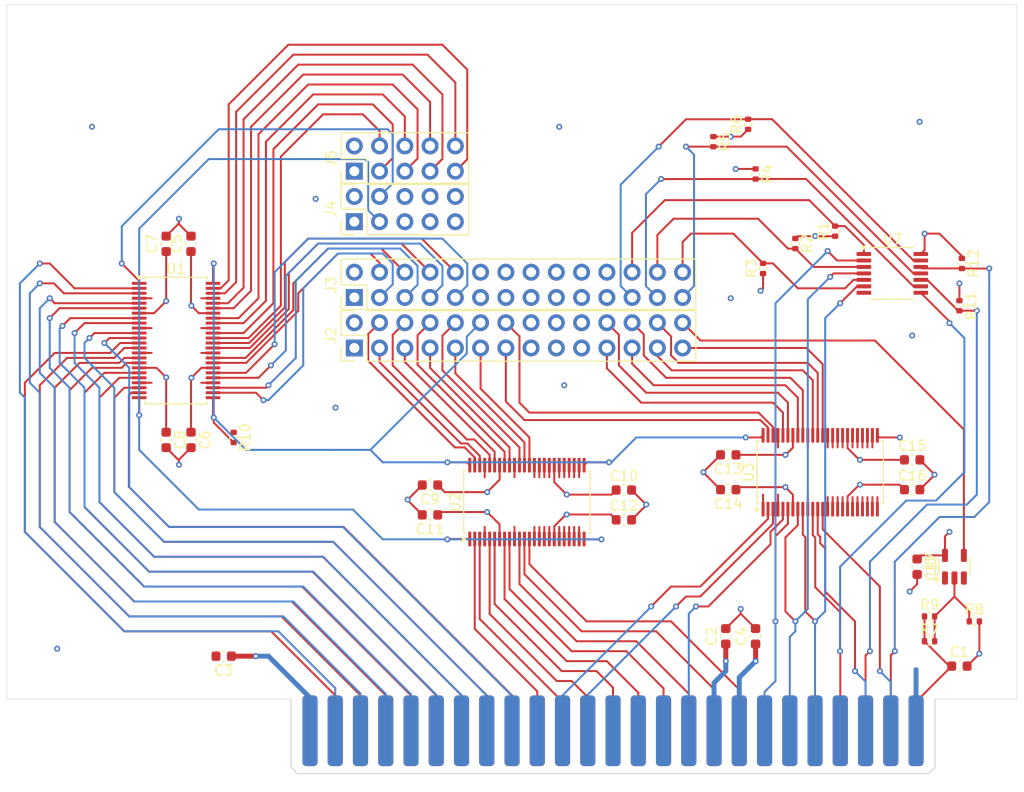
<source format=kicad_pcb>
(kicad_pcb (version 20240108) (generator "pcbnew") (generator_version "8.0")
  (layers (0 "F.Cu" signal) (1 "In1.Cu" signal) (2 "In2.Cu" signal) (31 "B.Cu" signal) (34 "B.Paste" user) (35 "F.Paste" user) (36 "B.SilkS" user "B.Silkscreen") (37 "F.SilkS" user "F.Silkscreen") (38 "B.Mask" user) (39 "F.Mask" user) (44 "Edge.Cuts" user))
  (net 0 "")
  (net 1 "+5V")
  (net 2 "GND")
  (net 3 "-5V")
  (net 4 "+12V")
  (net 5 "-12V")
  (net 6 "+3V3")
  (net 7 "/BUS_D4")
  (net 8 "/BUS_~{DMAOUT}")
  (net 9 "/BUS_R~{W}")
  (net 12 "/BUS_D0")
  (net 13 "/BUS_D1")
  (net 14 "/BUS_D5")
  (net 16 "/BUS_A0")
  (net 17 "/BUS_~{INH}")
  (net 18 "/BUS_A13")
  (net 19 "/BUS_A1")
  (net 20 "/BUS_D3")
  (net 21 "/BUS_A2")
  (net 23 "/BUS_A7")
  (net 24 "/BUS_A10")
  (net 25 "/BUS_A12")
  (net 26 "/BUS_M2B0")
  (net 27 "/BUS_A8")
  (net 28 "/BUS_A3")
  (net 29 "/BUS_A14")
  (net 30 "/BUS_~{INTOUT}")
  (net 31 "/BUS_A15")
  (net 32 "/BUS_~{DMAIN}")
  (net 33 "/BUS_~{RES}")
  (net 34 "/BUS_A4")
  (net 35 "/BUS_~{IRQ}")
  (net 37 "/BUS_D2")
  (net 38 "/BUS_A5")
  (net 39 "/BUS_M2SEL")
  (net 40 "/BUS_A6")
  (net 41 "/BUS_~{DMA}")
  (net 45 "/BUS_A11")
  (net 46 "/BUS_D7")
  (net 47 "/BUS_PHI0")
  (net 48 "/BUS_A9")
  (net 49 "/BUS_~{INTIN}")
  (net 50 "/BUS_D6")
  (net 51 "/A30")
  (net 52 "/B39")
  (net 53 "/A43")
  (net 54 "/A40")
  (net 55 "/RAW")
  (net 56 "/B45")
  (net 57 "/A49")
  (net 58 "/A34")
  (net 59 "/A42")
  (net 60 "/B42")
  (net 61 "/B48")
  (net 62 "/A28")
  (net 63 "/A45")
  (net 64 "/B40")
  (net 65 "/B43")
  (net 66 "/A27")
  (net 67 "/A31")
  (net 68 "/A39")
  (net 69 "/A48")
  (net 70 "/A33")
  (net 71 "/A37")
  (net 72 "/A46")
  (net 73 "/A36")
  (net 74 "/B49")
  (net 75 "/B46")
  (net 76 "/A15")
  (net 77 "/B6")
  (net 78 "/A2")
  (net 79 "/B11")
  (net 80 "/A12")
  (net 81 "/A20")
  (net 82 "/A17")
  (net 83 "/A11")
  (net 84 "/A9")
  (net 85 "/B5")
  (net 86 "/A3")
  (net 87 "/A14")
  (net 88 "/B8")
  (net 89 "/A21")
  (net 90 "/A24")
  (net 91 "/A5")
  (net 92 "/A6")
  (net 93 "/B3")
  (net 94 "/A18")
  (net 95 "/B12")
  (net 96 "/B2")
  (net 97 "/A23")
  (net 98 "/B9")
  (net 99 "/A8")
  (net 100 "/C48")
  (net 101 "/C43")
  (net 102 "/C46")
  (net 103 "/C45")
  (net 104 "/C49")
  (net 105 "/C42")
  (net 106 "Net-(R7-Pad2)")
  (net 108 "/C40")
  (net 109 "/C39")
  (net 110 "/C2")
  (net 111 "/C11")
  (net 113 "/C5")
  (net 115 "/C6")
  (net 116 "/C12")
  (net 117 "/C8")
  (net 118 "/C9")
  (net 119 "/C3")
  (footprint "Capacitor_SMD:C_0603_1608Metric" (layer "F.Cu") (at 202 134.5 90)
    (property "Reference" "C4")
    (property "Value" "C")
  )
  (footprint "Capacitor_SMD:C_0603_1608Metric" (layer "F.Cu") (at 222.5 137.5)
    (property "Reference" "C1")
    (property "Value" "C")
  )
  (footprint "Capacitor_SMD:C_0603_1608Metric" (layer "F.Cu") (at 145.2125 114.75 -90)
    (property "Reference" "C6")
    (property "Value" "C")
  )
  (footprint "Resistor_SMD:R_0402_1005Metric" (layer "F.Cu") (at 224 133)
    (property "Reference" "R8")
    (property "Value" "R_US")
  )
  (footprint "Resistor_SMD:R_0402_1005Metric" (layer "F.Cu") (at 202.75 97.5 90)
    (property "Reference" "R3")
    (property "Value" "R_US")
  )
  (footprint "Resistor_SMD:R_0402_1005Metric" (layer "F.Cu") (at 206 95 -90)
    (property "Reference" "R2")
    (property "Value" "R_US")
  )
  (footprint "Package_SO:TSSOP-48_6.1x12.5mm_P0.5mm" (layer "F.Cu") (at 208.5 118 90)
    (property "Reference" "U3")
    (property "Value" "MC74LCX16245DT")
  )
  (footprint "Resistor_SMD:R_0402_1005Metric" (layer "F.Cu") (at 219.5 132.5)
    (property "Reference" "R9")
    (property "Value" "R_US")
  )
  (footprint "Package_SO:TSSOP-14_4.4x5mm_P0.65mm" (layer "F.Cu") (at 215.75 98)
    (property "Reference" "U7")
    (property "Value" "74LCX07")
  )
  (footprint "Resistor_SMD:R_0402_1005Metric" (layer "F.Cu") (at 201.25 83 90)
    (property "Reference" "R6")
    (property "Value" "R_US")
  )
  (footprint "Capacitor_SMD:C_0603_1608Metric" (layer "F.Cu") (at 199.25 119.75 180)
    (property "Reference" "C14")
    (property "Value" "C")
  )
  (footprint "Capacitor_SMD:C_0603_1608Metric" (layer "F.Cu") (at 169.25 122.2875 180)
    (property "Reference" "C11")
    (property "Value" "C")
  )
  (footprint "Capacitor_SMD:C_0603_1608Metric" (layer "F.Cu") (at 148.5 136.5 180)
    (property "Reference" "C3")
    (property "Value" "C")
  )
  (footprint "Package_TO_SOT_SMD:SOT-23-5" (layer "F.Cu") (at 222 127.5 90)
    (property "Reference" "U8")
    (property "Value" "74LVC1G04")
  )
  (footprint "Connector_PinHeader_2.54mm:PinHeader_2x14_P2.54mm_Vertical" (layer "F.Cu") (at 161.64 105.5 90)
    (property "Reference" "J2")
    (property "Value" "Conn_02x14_Odd_Even")
  )
  (footprint "Resistor_SMD:R_0402_1005Metric" (layer "F.Cu") (at 222.75 97 -90)
    (property "Reference" "R12")
    (property "Value" "R_US")
  )
  (footprint "Resistor_SMD:R_0402_1005Metric" (layer "F.Cu") (at 197.75 84.75 -90)
    (property "Reference" "R5")
    (property "Value" "R_US")
  )
  (footprint "Capacitor_SMD:C_0603_1608Metric" (layer "F.Cu") (at 217.75 119.75)
    (property "Reference" "C16")
    (property "Value" "C")
  )
  (footprint "Resistor_SMD:R_0402_1005Metric" (layer "F.Cu") (at 202 88 -90)
    (property "Reference" "R4")
    (property "Value" "R_US")
  )
  (footprint "Capacitor_SMD:C_0603_1608Metric" (layer "F.Cu") (at 188.75 122.7875)
    (property "Reference" "C12")
    (property "Value" "C")
  )
  (footprint "Resistor_SMD:R_0402_1005Metric" (layer "F.Cu") (at 149.5 114.5 -90)
    (property "Reference" "R10")
    (property "Value" "R_US")
  )
  (footprint "Resistor_SMD:R_0402_1005Metric" (layer "F.Cu") (at 219.5 135)
    (property "Reference" "R7")
    (property "Value" "R_US")
  )
  (footprint "Package_SO:TSSOP-48_6.1x12.5mm_P0.5mm" (layer "F.Cu") (at 179 121 90)
    (property "Reference" "U2")
    (property "Value" "MC74LCX16245DT")
  )
  (footprint "appletini_board_v2:AppleIIBus_Edge" (layer "F.Cu") (at 187.66 144)
    (property "Reference" "J1" (hide yes))
    (property "Value" "Conn_02x25_Counter_Clockwise" (hide yes))
    (fp_line (start -32.385 3.683) (end -32.385 -3.175) (stroke (width 0.1)) (layer "Edge.Cuts"))
    (fp_line (start -31.75 4.318) (end -32.385 3.683) (stroke (width 0.1)) (layer "Edge.Cuts"))
    (fp_line (start 31.75 4.318) (end -31.75 4.318) (stroke (width 0.1)) (layer "Edge.Cuts"))
    (fp_line (start 31.75 4.318) (end 32.385 3.683) (stroke (width 0.1)) (layer "Edge.Cuts"))
    (fp_line (start 32.385 -3.175) (end 32.385 3.683) (stroke (width 0.1)) (layer "Edge.Cuts"))
  )
  (footprint "Capacitor_SMD:C_0603_1608Metric" (layer "F.Cu") (at 199.25 116.25 180)
    (property "Reference" "C13")
    (property "Value" "C")
  )
  (footprint "Capacitor_SMD:C_0603_1608Metric" (layer "F.Cu") (at 169.25 119.2875 180)
    (property "Reference" "C9")
    (property "Value" "C")
  )
  (footprint "Connector_PinHeader_2.54mm:PinHeader_2x14_P2.54mm_Vertical" (layer "F.Cu") (at 161.64 100.42 90)
    (property "Reference" "J3")
    (property "Value" "Conn_02x14_Odd_Even")
  )
  (footprint "Resistor_SMD:R_0402_1005Metric" (layer "F.Cu") (at 210 93.75 90)
    (property "Reference" "R1")
    (property "Value" "R_US")
  )
  (footprint "Resistor_SMD:R_0402_1005Metric" (layer "F.Cu") (at 222.5 101.25 -90)
    (property "Reference" "R11")
    (property "Value" "R_US")
  )
  (footprint "Capacitor_SMD:C_0603_1608Metric" (layer "F.Cu") (at 199 134.5 90)
    (property "Reference" "C2")
    (property "Value" "C")
  )
  (footprint "Connector_PinHeader_2.54mm:PinHeader_2x05_P2.54mm_Vertical" (layer "F.Cu") (at 161.64 92.8 90)
    (property "Reference" "J4")
    (property "Value" "Conn_02x05_Odd_Even")
  )
  (footprint "Capacitor_SMD:C_0603_1608Metric" (layer "F.Cu") (at 142.7125 95.025 90)
    (property "Reference" "C7")
    (property "Value" "C")
  )
  (footprint "Capacitor_SMD:C_0603_1608Metric" (layer "F.Cu") (at 188.75 119.7875)
    (property "Reference" "C10")
    (property "Value" "C")
  )
  (footprint "Package_SO:TSSOP-48_6.1x12.5mm_P0.5mm" (layer "F.Cu") (at 143.7125 104.75)
    (property "Reference" "U1")
    (property "Value" "MC74LCX16245DT")
  )
  (footprint "Capacitor_SMD:C_0603_1608Metric" (layer "F.Cu") (at 145.2125 95.025 90)
    (property "Reference" "C5")
    (property "Value" "C")
  )
  (footprint "Connector_PinHeader_2.54mm:PinHeader_2x05_P2.54mm_Vertical" (layer "F.Cu") (at 161.64 87.72 90)
    (property "Reference" "J5")
    (property "Value" "Conn_02x05_Odd_Even")
  )
  (footprint "Capacitor_SMD:C_0603_1608Metric" (layer "F.Cu") (at 218.25 127.5 -90)
    (property "Reference" "C17")
    (property "Value" "C")
  )
  (footprint "Capacitor_SMD:C_0603_1608Metric" (layer "F.Cu") (at 217.75 116.75)
    (property "Reference" "C15")
    (property "Value" "C")
  )
  (footprint "Capacitor_SMD:C_0603_1608Metric" (layer "F.Cu") (at 142.7125 114.75 -90)
    (property "Reference" "C8")
    (property "Value" "C")
  )
  (gr_line (start 126.6874 140.825) (end 155.275 140.825) (stroke (width 0.05)) (layer "Edge.Cuts"))
  (gr_line (start 220.045 140.825) (end 228.2874 140.825) (stroke (width 0.05)) (layer "Edge.Cuts"))
  (gr_line (start 228.2874 70.975) (end 126.6874 70.975) (stroke (width 0.05)) (layer "Edge.Cuts"))
  (gr_line (start 126.6874 70.975) (end 126.6874 140.825) (stroke (width 0.05)) (layer "Edge.Cuts"))
  (gr_line (start 228.2874 140.825) (end 228.2874 70.975) (stroke (width 0.05)) (layer "Edge.Cuts"))
  (segment (start 218.99 135) (end 218.99 132.5) (width 0.2) (layer "F.Cu") (net 1))
  (segment (start 221.49 137.5) (end 218.99 135) (width 0.2) (layer "F.Cu") (net 1))
  (segment (start 221.725 137.5) (end 221.49 137.5) (width 0.2) (layer "F.Cu") (net 1))
  (segment (start 218.14 141.085) (end 221.725 137.5) (width 0.2) (layer "F.Cu") (net 1))
  (segment (start 218.14 144) (end 218.14 141.085) (width 0.2) (layer "F.Cu") (net 1))
  (segment (start 212.75 121.7125) (end 212.75 120.5) (width 0.2) (layer "F.Cu") (net 2))
  (segment (start 181.25 117.2875) (end 181.25 118.5) (width 0.2) (layer "F.Cu") (net 2))
  (segment (start 144 117.25) (end 144 116.8125) (width 0.2) (layer "F.Cu") (net 2))
  (segment (start 200.5 132.225) (end 200.5 132.225) (width 0.2) (layer "F.Cu") (net 2))
  (segment (start 182.25 117.2875) (end 182.25 118.5) (width 0.2) (layer "F.Cu") (net 2))
  (segment (start 147.425 109) (end 146.25 109) (width 0.2) (layer "F.Cu") (net 2))
  (segment (start 144 116.8125) (end 142.7125 115.525) (width 0.2) (layer "F.Cu") (net 2))
  (segment (start 180.75 124.7125) (end 180.75 123.5) (width 0.2) (layer "F.Cu") (net 2))
  (segment (start 213.25 121.7125) (end 213.25 120.5) (width 0.2) (layer "F.Cu") (net 2))
  (segment (start 147.425 103.5) (end 146.25 103.5) (width 0.2) (layer "F.Cu") (net 2))
  (segment (start 147.425 106) (end 146.25 106) (width 0.2) (layer "F.Cu") (net 2))
  (segment (start 200.5 132.225) (end 199 133.725) (width 0.2) (layer "F.Cu") (net 2))
  (segment (start 220.025 118.25) (end 220.025 118.25) (width 0.2) (layer "F.Cu") (net 2))
  (segment (start 196.75 118.025) (end 198.475 119.75) (width 0.2) (layer "F.Cu") (net 2))
  (segment (start 184.25 124.7125) (end 184.25 123.5) (width 0.2) (layer "F.Cu") (net 2))
  (segment (start 204.25 121.7125) (end 204.25 120.25) (width 0.2) (layer "F.Cu") (net 2))
  (segment (start 210.25 114.2875) (end 210.25 115.5) (width 0.2) (layer "F.Cu") (net 2))
  (segment (start 177.75 124.7125) (end 177.75 123.5) (width 0.2) (layer "F.Cu") (net 2))
  (segment (start 168.475 119.2875) (end 167.0125 120.75) (width 0.2) (layer "F.Cu") (net 2))
  (segment (start 224.51 136.265) (end 223.275 137.5) (width 0.2) (layer "F.Cu") (net 2))
  (segment (start 183.75 124.7125) (end 183.75 124) (width 0.2) (layer "F.Cu") (net 2))
  (segment (start 212.25 114.2875) (end 212.25 115.25) (width 0.2) (layer "F.Cu") (net 2))
  (segment (start 209.75 121.7125) (end 209.75 120.5) (width 0.2) (layer "F.Cu") (net 2))
  (segment (start 179.75 124.7125) (end 179.75 123.5) (width 0.2) (layer "F.Cu") (net 2))
  (segment (start 224.51 136.26) (end 224.51 136.265) (width 0.2) (layer "F.Cu") (net 2))
  (segment (start 147.425 100.5) (end 146.25 100.5) (width 0.2) (layer "F.Cu") (net 2))
  (segment (start 182.75 124.7125) (end 182.75 123.5) (width 0.2) (layer "F.Cu") (net 2))
  (segment (start 204.25 114.2875) (end 204.25 115.5) (width 0.2) (layer "F.Cu") (net 2))
  (segment (start 191.025 121.2875) (end 189.525 122.7875) (width 0.2) (layer "F.Cu") (net 2))
  (segment (start 209.25 121.7125) (end 209.25 120.5) (width 0.2) (layer "F.Cu") (net 2))
  (segment (start 143.9625 93) (end 143.9625 93) (width 0.2) (layer "F.Cu") (net 2))
  (segment (start 184.25 117.2875) (end 184.25 118.5) (width 0.2) (layer "F.Cu") (net 2))
  (segment (start 202.75 121.7125) (end 202.75 120.25) (width 0.2) (layer "F.Cu") (net 2))
  (segment (start 211.75 114.2875) (end 211.75 115.5) (width 0.2) (layer "F.Cu") (net 2))
  (segment (start 200.5 131.75) (end 200.5 132.225) (width 0.2) (layer "F.Cu") (net 2))
  (segment (start 212.25 121.7125) (end 212.25 120.5) (width 0.2) (layer "F.Cu") (net 2))
  (segment (start 190.9875 121.25) (end 191 121.25) (width 0.2) (layer "F.Cu") (net 2))
  (segment (start 196.75 118) (end 196.75 118.025) (width 0.2) (layer "F.Cu") (net 2))
  (segment (start 224.5 136.25) (end 224.51 136.26) (width 0.2) (layer "F.Cu") (net 2))
  (segment (start 224.51 133) (end 224.51 136.24) (width 0.2) (layer "F.Cu") (net 2))
  (segment (start 174.75 124.7125) (end 174.75 123.5) (width 0.2) (layer "F.Cu") (net 2))
  (segment (start 183.75 117.2875) (end 183.75 118.5) (width 0.2) (layer "F.Cu") (net 2))
  (segment (start 213.75 121.7125) (end 213.75 120.5) (width 0.2) (layer "F.Cu") (net 2))
  (segment (start 180.75 117.2875) (end 180.75 118.5) (width 0.2) (layer "F.Cu") (net 2))
  (segment (start 213.25 114.2875) (end 213.25 115.5) (width 0.2) (layer "F.Cu") (net 2))
  (segment (start 167.0125 120.75) (end 167 120.75) (width 0.2) (layer "F.Cu") (net 2))
  (segment (start 180.25 117.2875) (end 180.25 118.5) (width 0.2) (layer "F.Cu") (net 2))
  (segment (start 167 120.7625) (end 166.975 120.7875) (width 0.2) (layer "F.Cu") (net 2))
  (segment (start 218.525 116.75) (end 220 118.225) (width 0.2) (layer "F.Cu") (net 2))
  (segment (start 210.75 114.2875) (end 210.75 115.5) (width 0.2) (layer "F.Cu") (net 2))
  (segment (start 218.25 128.275) (end 218.25 129.25) (width 0.2) (layer "F.Cu") (net 2))
  (segment (start 191 121.2625) (end 191.025 121.2875) (width 0.2) (layer "F.Cu") (net 2))
  (segment (start 144 117.25) (end 144 116.7375) (width 0.2) (layer "F.Cu") (net 2))
  (segment (start 140 100.5) (end 141.25 100.5) (width 0.2) (layer "F.Cu") (net 2))
  (segment (start 200.5 132.225) (end 202 133.725) (width 0.2) (layer "F.Cu") (net 2))
  (segment (start 144 92.5) (end 144 92.9625) (width 0.2) (layer "F.Cu") (net 2))
  (segment (start 212.25 115.25) (end 212.25 115.5) (width 0.2) (layer "F.Cu") (net 2))
  (segment (start 224.51 136.24) (end 224.5 136.25) (width 0.2) (layer "F.Cu") (net 2))
  (segment (start 180.25 124.7125) (end 180.25 123.5) (width 0.2) (layer "F.Cu") (net 2))
  (segment (start 144 93.0375) (end 145.2125 94.25) (width 0.2) (layer "F.Cu") (net 2))
  (segment (start 166.975 120.7875) (end 168.475 122.2875) (width 0.2) (layer "F.Cu") (net 2))
  (segment (start 144 92.9625) (end 142.7125 94.25) (width 0.2) (layer "F.Cu") (net 2))
  (segment (start 181.25 124.7125) (end 181.25 123.5) (width 0.2) (layer "F.Cu") (net 2))
  (segment (start 220 118.25) (end 220.025 118.25) (width 0.2) (layer "F.Cu") (net 2))
  (segment (start 214.25 121.7125) (end 214.25 120.5) (width 0.2) (layer "F.Cu") (net 2))
  (segment (start 210.75 121.7125) (end 210.75 120.5) (width 0.2) (layer "F.Cu") (net 2))
  (segment (start 198.475 116.25) (end 196.75 117.975) (width 0.2) (layer "F.Cu") (net 2))
  (segment (start 141 109) (end 141.25 109) (width 0.2) (layer "F.Cu") (net 2))
  (segment (start 183.25 117.2875) (end 183.25 118.5) (width 0.2) (layer "F.Cu") (net 2))
  (segment (start 196.75 117.975) (end 196.75 118) (width 0.2) (layer "F.Cu") (net 2))
  (segment (start 174.75 117.2875) (end 174.75 118.5) (width 0.2) (layer "F.Cu") (net 2))
  (segment (start 220 118.225) (end 220 118.25) (width 0.2) (layer "F.Cu") (net 2))
  (segment (start 140 109) (end 141 109) (width 0.2) (layer "F.Cu") (net 2))
  (segment (start 144 92.5) (end 144 93.0375) (width 0.2) (layer "F.Cu") (net 2))
  (segment (start 209.75 114.2875) (end 209.75 115.5) (width 0.2) (layer "F.Cu") (net 2))
  (segment (start 212.75 114.2875) (end 212.75 115.5) (width 0.2) (layer "F.Cu") (net 2))
  (segment (start 211.75 121.7125) (end 211.75 120.5) (width 0.2) (layer "F.Cu") (net 2))
  (segment (start 191 121.25) (end 191 121.2625) (width 0.2) (layer "F.Cu") (net 2))
  (segment (start 167 120.75) (end 167 120.7625) (width 0.2) (layer "F.Cu") (net 2))
  (segment (start 179.75 117.2875) (end 179.75 118.5) (width 0.2) (layer "F.Cu") (net 2))
  (segment (start 220.025 118.25) (end 218.525 119.75) (width 0.2) (layer "F.Cu") (net 2))
  (segment (start 189.525 119.7875) (end 190.9875 121.25) (width 0.2) (layer "F.Cu") (net 2))
  (segment (start 209.25 114.2875) (end 209.25 115.5) (width 0.2) (layer "F.Cu") (net 2))
  (segment (start 177.75 117.2875) (end 177.75 118.5) (width 0.2) (layer "F.Cu") (net 2))
  (segment (start 183.75 124.7125) (end 183.75 123.5) (width 0.2) (layer "F.Cu") (net 2))
  (segment (start 183.25 124.7125) (end 183.25 123.5) (width 0.2) (layer "F.Cu") (net 2))
  (segment (start 218.25 129.25) (end 217.5 130) (width 0.2) (layer "F.Cu") (net 2))
  (segment (start 140 103.5) (end 141.25 103.5) (width 0.2) (layer "F.Cu") (net 2))
  (segment (start 182.25 123.75) (end 182.25 123.5) (width 0.2) (layer "F.Cu") (net 2))
  (segment (start 140 106) (end 141.25 106) (width 0.2) (layer "F.Cu") (net 2))
  (segment (start 210.25 121.7125) (end 210.25 120.5) (width 0.2) (layer "F.Cu") (net 2))
  (segment (start 182.75 117.2875) (end 182.75 118.5) (width 0.2) (layer "F.Cu") (net 2))
  (segment (start 182.25 124.7125) (end 182.25 123.75) (width 0.2) (layer "F.Cu") (net 2))
  (segment (start 144 116.7375) (end 145.2125 115.525) (width 0.2) (layer "F.Cu") (net 2))
  (segment (start 213.75 114.2875) (end 213.75 115.5) (width 0.2) (layer "F.Cu") (net 2))
  (segment (start 207.25 114.2875) (end 207.25 115.5) (width 0.2) (layer "F.Cu") (net 2))
  (segment (start 207.25 121.7125) (end 207.25 120.25) (width 0.2) (layer "F.Cu") (net 2))
  (via (at 191 121.25) (size 0.6) (drill 0.3) (layers "F.Cu" "B.Cu") (net 2))
  (via (at 135.25 83.25) (size 0.6) (drill 0.3) (layers "F.Cu" "B.Cu") (net 2))
  (via (at 157.75 90.5) (size 0.6) (drill 0.3) (layers "F.Cu" "B.Cu") (net 2))
  (via (at 159.75 111.5) (size 0.6) (drill 0.3) (layers "F.Cu" "B.Cu") (net 2))
  (via (at 167 120.75) (size 0.6) (drill 0.3) (layers "F.Cu" "B.Cu") (net 2))
  (via (at 224.5 136.25) (size 0.6) (drill 0.3) (layers "F.Cu" "B.Cu") (net 2))
  (via (at 182.25 83.25) (size 0.6) (drill 0.3) (layers "F.Cu" "B.Cu") (net 2))
  (via (at 217.75 104.25) (size 0.6) (drill 0.3) (layers "F.Cu" "B.Cu") (net 2))
  (via (at 196.75 118) (size 0.6) (drill 0.3) (layers "F.Cu" "B.Cu") (net 2))
  (via (at 144 117.25) (size 0.6) (drill 0.3) (layers "F.Cu" "B.Cu") (net 2))
  (via (at 217.5 130) (size 0.6) (drill 0.3) (layers "F.Cu" "B.Cu") (net 2))
  (via (at 182.75 109.25) (size 0.6) (drill 0.3) (layers "F.Cu" "B.Cu") (net 2))
  (via (at 218.5 82.75) (size 0.6) (drill 0.3) (layers "F.Cu" "B.Cu") (net 2))
  (via (at 131.75 135.75) (size 0.6) (drill 0.3) (layers "F.Cu" "B.Cu") (net 2))
  (via (at 220 118.25) (size 0.6) (drill 0.3) (layers "F.Cu" "B.Cu") (net 2))
  (via (at 200.5 131.75) (size 0.6) (drill 0.3) (layers "F.Cu" "B.Cu") (net 2))
  (via (at 144 92.5) (size 0.6) (drill 0.3) (layers "F.Cu" "B.Cu") (net 2))
  (via (at 199.5 100.5) (size 0.6) (drill 0.3) (layers "F.Cu" "B.Cu") (net 2))
  (segment (start 218.25 137.75) (end 218.14 137.86) (width 0.2) (layer "B.Cu") (net 2))
  (segment (start 218.14 144) (end 218.14 137.86) (width 0.5) (layer "B.Cu") (net 2))
  (segment (start 199 137) (end 199 135.275) (width 0.5) (layer "F.Cu") (net 3))
  (via (at 199 137) (size 0.6) (drill 0.3) (layers "F.Cu" "B.Cu") (net 3))
  (segment (start 199 138) (end 197.82 139.18) (width 0.5) (layer "B.Cu") (net 3))
  (segment (start 197.82 139.18) (end 197.82 144) (width 0.5) (layer "B.Cu") (net 3))
  (segment (start 199 137) (end 199 138) (width 0.5) (layer "B.Cu") (net 3))
  (segment (start 149.275 136.5) (end 151.725 136.5) (width 0.5) (layer "F.Cu") (net 4))
  (via (at 151.725 136.5) (size 0.6) (drill 0.3) (layers "F.Cu" "B.Cu") (net 4))
  (segment (start 153 136.5) (end 151.725 136.5) (width 0.5) (layer "B.Cu") (net 4))
  (segment (start 157.18 144) (end 157.18 140.68) (width 0.5) (layer "B.Cu") (net 4))
  (segment (start 157.18 140.68) (end 153 136.5) (width 0.5) (layer "B.Cu") (net 4))
  (segment (start 202 137) (end 202 135.275) (width 0.5) (layer "F.Cu") (net 5))
  (via (at 202 137) (size 0.6) (drill 0.3) (layers "F.Cu" "B.Cu") (net 5))
  (segment (start 200.36 138.64) (end 200.36 144) (width 0.5) (layer "B.Cu") (net 5))
  (segment (start 202 137) (end 200.36 138.64) (width 0.5) (layer "B.Cu") (net 5))
  (segment (start 208 94.25) (end 207.99 94.26) (width 0.2) (layer "F.Cu") (net 6))
  (segment (start 142.7125 108.4625) (end 141.75 107.5) (width 0.2) (layer "F.Cu") (net 6))
  (segment (start 207.99 94.26) (end 206.23 94.26) (width 0.2) (layer "F.Cu") (net 6))
  (segment (start 216.475 119.25) (end 212.5 119.25) (width 0.2) (layer "F.Cu") (net 6))
  (segment (start 197.75 84.24) (end 199.49 84.24) (width 0.2) (layer "F.Cu") (net 6))
  (segment (start 175 120) (end 176.25 118.75) (width 0.2) (layer "F.Cu") (net 6))
  (segment (start 222.5 100.74) (end 222.5 99) (width 0.2) (layer "F.Cu") (net 6))
  (segment (start 183 120.25) (end 181.75 119) (width 0.2) (layer "F.Cu") (net 6))
  (segment (start 216.975 119.75) (end 216.475 119.25) (width 0.2) (layer "F.Cu") (net 6))
  (segment (start 145.25 101.25) (end 146 102) (width 0.2) (layer "F.Cu") (net 6))
  (segment (start 145.25 108.5) (end 146.25 107.5) (width 0.2) (layer "F.Cu") (net 6))
  (segment (start 170.3125 122) (end 175 122) (width 0.2) (layer "F.Cu") (net 6))
  (segment (start 170.025 119.2875) (end 170.7375 120) (width 0.2) (layer "F.Cu") (net 6))
  (segment (start 218.25 126.725) (end 218.6125 126.3625) (width 0.2) (layer "F.Cu") (net 6))
  (segment (start 200.025 119.75) (end 200.275 119.5) (width 0.2) (layer "F.Cu") (net 6))
  (segment (start 182.934315 122.25) (end 181.75 123.434315) (width 0.2) (layer "F.Cu") (net 6))
  (segment (start 199.49 84.24) (end 199.5 84.25) (width 0.2) (layer "F.Cu") (net 6))
  (segment (start 200.01 87.49) (end 200 87.5) (width 0.2) (layer "F.Cu") (net 6))
  (segment (start 205 116.25) (end 205.028705 116.25) (width 0.2) (layer "F.Cu") (net 6))
  (segment (start 146 102) (end 147.425 102) (width 0.2) (layer "F.Cu") (net 6))
  (segment (start 211.25 120.434315) (end 211.25 121.7125) (width 0.2) (layer "F.Cu") (net 6))
  (segment (start 181.75 119) (end 181.75 117.2875) (width 0.2) (layer "F.Cu") (net 6))
  (segment (start 221.05 126.3625) (end 221.05 124.45) (width 0.2) (layer "F.Cu") (net 6))
  (segment (start 199.5 84.25) (end 199.51 84.24) (width 0.2) (layer "F.Cu") (net 6))
  (segment (start 145.2125 101.2125) (end 145.25 101.25) (width 0.2) (layer "F.Cu") (net 6))
  (segment (start 210 94.26) (end 208.01 94.26) (width 0.2) (layer "F.Cu") (net 6))
  (segment (start 187.5125 120.25) (end 187.975 119.7875) (width 0.2) (layer "F.Cu") (net 6))
  (segment (start 183 120.25) (end 187.5125 120.25) (width 0.2) (layer "F.Cu") (net 6))
  (segment (start 175 122) (end 176.25 123.25) (width 0.2) (layer "F.Cu") (net 6))
  (segment (start 141.5 102) (end 140 102) (width 0.2) (layer "F.Cu") (net 6))
  (segment (start 205.75 115.528705) (end 205.75 114.2875) (width 0.2) (layer "F.Cu") (net 6))
  (segment (start 219 95.6625) (end 219 94) (width 0.2) (layer "F.Cu") (net 6))
  (segment (start 176.25 118.75) (end 176.25 117.2875) (width 0.2) (layer "F.Cu") (net 6))
  (segment (start 205 119.5) (end 205.75 120.25) (width 0.2) (layer "F.Cu") (net 6))
  (segment (start 222.75 96.25) (end 220.5 94) (width 0.2) (layer "F.Cu") (net 6))
  (segment (start 142.7125 113.975) (end 142.7125 108.4625) (width 0.2) (layer "F.Cu") (net 6))
  (segment (start 187.4375 122.25) (end 183 122.25) (width 0.2) (layer "F.Cu") (net 6))
  (segment (start 200.52 84.24) (end 201.25 83.51) (width 0.2) (layer "F.Cu") (net 6))
  (segment (start 202.75 98.01) (end 202.75 99.5) (width 0.2) (layer "F.Cu") (net 6))
  (segment (start 200.025 116.25) (end 205 116.25) (width 0.2) (layer "F.Cu") (net 6))
  (segment (start 218.6125 126.3625) (end 221.05 126.3625) (width 0.2) (layer "F.Cu") (net 6))
  (segment (start 176.25 123.25) (end 176.25 124.7125) (width 0.2) (layer "F.Cu") (net 6))
  (segment (start 212.434315 116.75) (end 212.5 116.75) (width 0.2) (layer "F.Cu") (net 6))
  (segment (start 145.25 108.5) (end 145.2125 108.5375) (width 0.2) (layer "F.Cu") (net 6))
  (segment (start 200.275 119.5) (end 205 119.5) (width 0.2) (layer "F.Cu") (net 6))
  (segment (start 212.5 116.75) (end 216.975 116.75) (width 0.2) (layer "F.Cu") (net 6))
  (segment (start 205.028705 116.25) (end 205.75 115.528705) (width 0.2) (layer "F.Cu") (net 6))
  (segment (start 142.7125 95.8) (end 142.7125 100.7875) (width 0.2) (layer "F.Cu") (net 6))
  (segment (start 211.25 115.565685) (end 212.434315 116.75) (width 0.2) (layer "F.Cu") (net 6))
  (segment (start 141.75 107.5) (end 140 107.5) (width 0.2) (layer "F.Cu") (net 6))
  (segment (start 221.05 124.45) (end 221.5 124) (width 0.2) (layer "F.Cu") (net 6))
  (segment (start 202 87.49) (end 200.01 87.49) (width 0.2) (layer "F.Cu") (net 6))
  (segment (start 170.025 122.2875) (end 170.3125 122) (width 0.2) (layer "F.Cu") (net 6))
  (segment (start 208.01 94.26) (end 208 94.25) (width 0.2) (layer "F.Cu") (net 6))
  (segment (start 202.75 99.5) (end 202.5 99.75) (width 0.2) (layer "F.Cu") (net 6))
  (segment (start 218.6125 96.05) (end 219 95.6625) (width 0.2) (layer "F.Cu") (net 6))
  (segment (start 187.975 122.7875) (end 187.4375 122.25) (width 0.2) (layer "F.Cu") (net 6))
  (segment (start 211.25 114.2875) (end 211.25 115.565685) (width 0.2) (layer "F.Cu") (net 6))
  (segment (start 205.75 120.25) (end 205.75 121.7125) (width 0.2) (layer "F.Cu") (net 6))
  (segment (start 183 122.25) (end 182.934315 122.25) (width 0.2) (layer "F.Cu") (net 6))
  (segment (start 212.434315 119.25) (end 211.25 120.434315) (width 0.2) (layer "F.Cu") (net 6))
  (segment (start 142.7125 100.7875) (end 141.5 102) (width 0.2) (layer "F.Cu") (net 6))
  (segment (start 146.25 107.5) (end 147.425 107.5) (width 0.2) (layer "F.Cu") (net 6))
  (segment (start 145.2125 108.5375) (end 145.2125 113.975) (width 0.2) (layer "F.Cu") (net 6))
  (segment (start 222.75 96.49) (end 222.75 96.25) (width 0.2) (layer "F.Cu") (net 6))
  (segment (start 212.5 119.25) (end 212.434315 119.25) (width 0.2) (layer "F.Cu") (net 6))
  (segment (start 145.2125 95.8) (end 145.2125 101.2125) (width 0.2) (layer "F.Cu") (net 6))
  (segment (start 206.23 94.26) (end 206 94.49) (width 0.2) (layer "F.Cu") (net 6))
  (segment (start 181.75 123.434315) (end 181.75 124.7125) (width 0.2) (layer "F.Cu") (net 6))
  (segment (start 170.7375 120) (end 175 120) (width 0.2) (layer "F.Cu") (net 6))
  (segment (start 199.51 84.24) (end 200.52 84.24) (width 0.2) (layer "F.Cu") (net 6))
  (segment (start 220.5 94) (end 219 94) (width 0.2) (layer "F.Cu") (net 6))
  (via (at 202.5 99.75) (size 0.6) (drill 0.3) (layers "F.Cu" "B.Cu") (net 6))
  (via (at 212.5 119.25) (size 0.6) (drill 0.3) (layers "F.Cu" "B.Cu") (net 6))
  (via (at 200 87.5) (size 0.6) (drill 0.3) (layers "F.Cu" "B.Cu") (net 6))
  (via (at 221.5 124) (size 0.6) (drill 0.3) (layers "F.Cu" "B.Cu") (net 6))
  (via (at 212.5 116.75) (size 0.6) (drill 0.3) (layers "F.Cu" "B.Cu") (net 6))
  (via (at 183 122.25) (size 0.6) (drill 0.3) (layers "F.Cu" "B.Cu") (net 6))
  (via (at 145.25 101.25) (size 0.6) (drill 0.3) (layers "F.Cu" "B.Cu") (net 6))
  (via (at 208 94.25) (size 0.6) (drill 0.3) (layers "F.Cu" "B.Cu") (net 6))
  (via (at 145.25 108.5) (size 0.6) (drill 0.3) (layers "F.Cu" "B.Cu") (net 6))
  (via (at 199.5 84.25) (size 0.6) (drill 0.3) (layers "F.Cu" "B.Cu") (net 6))
  (via (at 205 116.25) (size 0.6) (drill 0.3) (layers "F.Cu" "B.Cu") (net 6))
  (via (at 175 120) (size 0.6) (drill 0.3) (layers "F.Cu" "B.Cu") (net 6))
  (via (at 142.7125 100.7875) (size 0.6) (drill 0.3) (layers "F.Cu" "B.Cu") (net 6))
  (via (at 142.7125 108.4625) (size 0.6) (drill 0.3) (layers "F.Cu" "B.Cu") (net 6))
  (via (at 183 120.25) (size 0.6) (drill 0.3) (layers "F.Cu" "B.Cu") (net 6))
  (via (at 205 119.5) (size 0.6) (drill 0.3) (layers "F.Cu" "B.Cu") (net 6))
  (via (at 219 94) (size 0.6) (drill 0.3) (layers "F.Cu" "B.Cu") (net 6))
  (via (at 175 122) (size 0.6) (drill 0.3) (layers "F.Cu" "B.Cu") (net 6))
  (via (at 222.5 99) (size 0.6) (drill 0.3) (layers "F.Cu" "B.Cu") (net 6))
  (segment (start 132.282843 103.282843) (end 133.065686 102.5) (width 0.2) (layer "F.Cu") (net 7))
  (segment (start 133.065686 102.5) (end 140 102.5) (width 0.2) (layer "F.Cu") (net 7))
  (via (at 132.282843 103.282843) (size 0.6) (drill 0.3) (layers "F.Cu" "B.Cu") (net 7))
  (segment (start 132.282843 103.282843) (end 132 103.565686) (width 0.2) (layer "B.Cu") (net 7))
  (segment (start 134.5 110.5) (end 134.5 110) (width 0.2) (layer "B.Cu") (net 7))
  (segment (start 157 128) (end 141 128) (width 0.2) (layer "B.Cu") (net 7))
  (segment (start 157.5 128) (end 157 128) (width 0.2) (layer "B.Cu") (net 7))
  (segment (start 165.5 136) (end 157.5 128) (width 0.2) (layer "B.Cu") (net 7))
  (segment (start 169.88 144) (end 169.88 140.38) (width 0.2) (layer "B.Cu") (net 7))
  (segment (start 141 128) (end 134.5 121.5) (width 0.2) (layer "B.Cu") (net 7))
  (segment (start 132 103.565686) (end 132 107) (width 0.2) (layer "B.Cu") (net 7))
  (segment (start 169.88 140.38) (end 165.5 136) (width 0.2) (layer "B.Cu") (net 7))
  (segment (start 134.5 109.5) (end 134.5 110.5) (width 0.2) (layer "B.Cu") (net 7))
  (segment (start 134.5 121.5) (end 134.5 110.5) (width 0.2) (layer "B.Cu") (net 7))
  (segment (start 132 107) (end 134.5 109.5) (width 0.2) (layer "B.Cu") (net 7))
  (segment (start 222.74 97.5) (end 218.7625 97.5) (width 0.2) (layer "F.Cu") (net 8))
  (segment (start 215.6 136.4) (end 216 136) (width 0.2) (layer "F.Cu") (net 8))
  (segment (start 225.5 97.5) (end 225.49 97.51) (width 0.2) (layer "F.Cu") (net 8))
  (segment (start 222.75 97.51) (end 222.74 97.5) (width 0.2) (layer "F.Cu") (net 8))
  (segment (start 215.6 144) (end 215.6 136.4) (width 0.2) (layer "F.Cu") (net 8))
  (segment (start 225.49 97.51) (end 222.75 97.51) (width 0.2) (layer "F.Cu") (net 8))
  (segment (start 218.7625 97.5) (end 218.6125 97.35) (width 0.2) (layer "F.Cu") (net 8))
  (via (at 225.5 97.5) (size 0.6) (drill 0.3) (layers "F.Cu" "B.Cu") (net 8))
  (via (at 216 136) (size 0.6) (drill 0.3) (layers "F.Cu" "B.Cu") (net 8))
  (segment (start 225.5 121) (end 224 122.5) (width 0.2) (layer "B.Cu") (net 8))
  (segment (start 225.5 97.5) (end 225.5 121) (width 0.2) (layer "B.Cu") (net 8))
  (segment (start 216 127) (end 216 136) (width 0.2) (layer "B.Cu") (net 8))
  (segment (start 224 122.5) (end 220.5 122.5) (width 0.2) (layer "B.Cu") (net 8))
  (segment (start 220.5 122.5) (end 216 127) (width 0.2) (layer "B.Cu") (net 8))
  (segment (start 185 133) (end 179.25 127.25) (width 0.2) (layer "F.Cu") (net 9))
  (segment (start 200.36 139.86) (end 193.5 133) (width 0.2) (layer "F.Cu") (net 9))
  (segment (start 193.5 133) (end 185 133) (width 0.2) (layer "F.Cu") (net 9))
  (segment (start 200.36 144) (end 200.36 139.86) (width 0.2) (layer "F.Cu") (net 9))
  (segment (start 179.25 127.25) (end 179.25 124.7125) (width 0.2) (layer "F.Cu") (net 9))
  (segment (start 133.5 99.5) (end 131 97) (width 0.2) (layer "F.Cu") (net 12))
  (segment (start 131 97) (end 130 97) (width 0.2) (layer "F.Cu") (net 12))
  (segment (start 140 99.5) (end 133.5 99.5) (width 0.2) (layer "F.Cu") (net 12))
  (via (at 130 97) (size 0.6) (drill 0.3) (layers "F.Cu" "B.Cu") (net 12))
  (segment (start 159.72 144) (end 159.72 139.72) (width 0.2) (layer "B.Cu") (net 12))
  (segment (start 128.5 110.5) (end 128 110) (width 0.2) (layer "B.Cu") (net 12))
  (segment (start 138.5 134) (end 128.5 124) (width 0.2) (layer "B.Cu") (net 12))
  (segment (start 159.72 139.72) (end 154 134) (width 0.2) (layer "B.Cu") (net 12))
  (segment (start 128.5 124) (end 128.5 110.5) (width 0.2) (layer "B.Cu") (net 12))
  (segment (start 128 99) (end 130 97) (width 0.2) (layer "B.Cu") (net 12))
  (segment (start 128 110) (end 128 103) (width 0.2) (layer "B.Cu") (net 12))
  (segment (start 154 134) (end 138.5 134) (width 0.2) (layer "B.Cu") (net 12))
  (segment (start 128 103) (end 128 99) (width 0.2) (layer "B.Cu") (net 12))
  (segment (start 131.424264 99) (end 130 99) (width 0.2) (layer "F.Cu") (net 13))
  (segment (start 132.424264 100) (end 131.424264 99) (width 0.2) (layer "F.Cu") (net 13))
  (segment (start 140 100) (end 132.424264 100) (width 0.2) (layer "F.Cu") (net 13))
  (via (at 130 99) (size 0.6) (drill 0.3) (layers "F.Cu" "B.Cu") (net 13))
  (segment (start 162.26 144) (end 162.26 140.26) (width 0.2) (layer "B.Cu") (net 13))
  (segment (start 139 132.5) (end 130 123.5) (width 0.2) (layer "B.Cu") (net 13))
  (segment (start 130 110) (end 129 109) (width 0.2) (layer "B.Cu") (net 13))
  (segment (start 162.26 140.26) (end 154.5 132.5) (width 0.2) (layer "B.Cu") (net 13))
  (segment (start 154.5 132.5) (end 139 132.5) (width 0.2) (layer "B.Cu") (net 13))
  (segment (start 130 123.5) (end 130 110) (width 0.2) (layer "B.Cu") (net 13))
  (segment (start 129 100) (end 130 99) (width 0.2) (layer "B.Cu") (net 13))
  (segment (start 129 109) (end 129 100) (width 0.2) (layer "B.Cu") (net 13))
  (segment (start 133.5 104) (end 134.5 103) (width 0.2) (layer "F.Cu") (net 14))
  (segment (start 134.5 103) (end 140 103) (width 0.2) (layer "F.Cu") (net 14))
  (via (at 133.5 104) (size 0.6) (drill 0.3) (layers "F.Cu" "B.Cu") (net 14))
  (segment (start 133.5 107) (end 136 109.5) (width 0.2) (layer "B.Cu") (net 14))
  (segment (start 136 109.5) (end 136 121) (width 0.2) (layer "B.Cu") (net 14))
  (segment (start 158.5 126.5) (end 172.42 140.42) (width 0.2) (layer "B.Cu") (net 14))
  (segment (start 133.5 104) (end 133.5 107) (width 0.2) (layer "B.Cu") (net 14))
  (segment (start 141.5 126.5) (end 158.5 126.5) (width 0.2) (layer "B.Cu") (net 14))
  (segment (start 136 121) (end 141.5 126.5) (width 0.2) (layer "B.Cu") (net 14))
  (segment (start 172.42 140.42) (end 172.42 144) (width 0.2) (layer "B.Cu") (net 14))
  (segment (start 138.5 134) (end 128.5 124) (width 0.2) (layer "F.Cu") (net 16))
  (segment (start 159.72 140.444) (end 153.276 134) (width 0.2) (layer "F.Cu") (net 16))
  (segment (start 159.72 144) (end 159.72 140.444) (width 0.2) (layer "F.Cu") (net 16))
  (segment (start 128.5 109) (end 131.5 106) (width 0.2) (layer "F.Cu") (net 16))
  (segment (start 128.5 124) (end 128.5 109) (width 0.2) (layer "F.Cu") (net 16))
  (segment (start 137.082202 106) (end 138.082202 105) (width 0.2) (layer "F.Cu") (net 16))
  (segment (start 138.082202 105) (end 140 105) (width 0.2) (layer "F.Cu") (net 16))
  (segment (start 131.5 106) (end 137.082202 106) (width 0.2) (layer "F.Cu") (net 16))
  (segment (start 153.276 134) (end 138.5 134) (width 0.2) (layer "F.Cu") (net 16))
  (segment (start 204 124.434314) (end 205.25 123.184314) (width 0.2) (layer "F.Cu") (net 17))
  (segment (start 209.25 95.75) (end 210.2 96.7) (width 0.2) (layer "F.Cu") (net 17))
  (segment (start 205.25 123.184314) (end 205.25 121.7125) (width 0.2) (layer "F.Cu") (net 17))
  (segment (start 204 133) (end 204 124.434314) (width 0.2) (layer "F.Cu") (net 17))
  (segment (start 210.2 96.7) (end 212.8875 96.7) (width 0.2) (layer "F.Cu") (net 17))
  (via (at 209.25 95.75) (size 0.6) (drill 0.3) (layers "F.Cu" "B.Cu") (net 17))
  (via (at 204 133) (size 0.6) (drill 0.3) (layers "F.Cu" "B.Cu") (net 17))
  (segment (start 202.9 140.1) (end 202.9 144) (width 0.2) (layer "B.Cu") (net 17))
  (segment (start 204 139) (end 202.9 140.1) (width 0.2) (layer "B.Cu") (net 17))
  (segment (start 209.25 95.75) (end 204 101) (width 0.2) (layer "B.Cu") (net 17))
  (segment (start 204 101) (end 204 133) (width 0.2) (layer "B.Cu") (net 17))
  (segment (start 204 133) (end 204 139) (width 0.2) (layer "B.Cu") (net 17))
  (segment (start 189 136) (end 183.5 136) (width 0.2) (layer "F.Cu") (net 18))
  (segment (start 192.74 139.74) (end 189 136) (width 0.2) (layer "F.Cu") (net 18))
  (segment (start 177.25 129.75) (end 177.25 124.7125) (width 0.2) (layer "F.Cu") (net 18))
  (segment (start 183.5 136) (end 177.25 129.75) (width 0.2) (layer "F.Cu") (net 18))
  (segment (start 192.74 144) (end 192.74 139.74) (width 0.2) (layer "F.Cu") (net 18))
  (segment (start 162.26 144) (end 162.26 140.444) (width 0.2) (layer "F.Cu") (net 19))
  (segment (start 137.5 106.5) (end 138.5 105.5) (width 0.2) (layer "F.Cu") (net 19))
  (segment (start 138.5 105.5) (end 140 105.5) (width 0.2) (layer "F.Cu") (net 19))
  (segment (start 130 123.5) (end 130 109.25) (width 0.2) (layer "F.Cu") (net 19))
  (segment (start 130 109.25) (end 132.75 106.5) (width 0.2) (layer "F.Cu") (net 19))
  (segment (start 162.26 140.444) (end 154.316 132.5) (width 0.2) (layer "F.Cu") (net 19))
  (segment (start 154.316 132.5) (end 139 132.5) (width 0.2) (layer "F.Cu") (net 19))
  (segment (start 132.75 106.5) (end 137.5 106.5) (width 0.2) (layer "F.Cu") (net 19))
  (segment (start 139 132.5) (end 130 123.5) (width 0.2) (layer "F.Cu") (net 19))
  (segment (start 140 101.5) (end 132 101.5) (width 0.2) (layer "F.Cu") (net 20))
  (segment (start 132 101.5) (end 131 102.5) (width 0.2) (layer "F.Cu") (net 20))
  (via (at 131 102.5) (size 0.6) (drill 0.3) (layers "F.Cu" "B.Cu") (net 20))
  (segment (start 133 122) (end 133 109.5) (width 0.2) (layer "B.Cu") (net 20))
  (segment (start 167.34 140.34) (end 156.5 129.5) (width 0.2) (layer "B.Cu") (net 20))
  (segment (start 167.34 144) (end 167.34 140.34) (width 0.2) (layer "B.Cu") (net 20))
  (segment (start 140.5 129.5) (end 133 122) (width 0.2) (layer "B.Cu") (net 20))
  (segment (start 131 107.5) (end 131 102.5) (width 0.2) (layer "B.Cu") (net 20))
  (segment (start 133 109.5) (end 131 107.5) (width 0.2) (layer "B.Cu") (net 20))
  (segment (start 156.5 129.5) (end 140.5 129.5) (width 0.2) (layer "B.Cu") (net 20))
  (segment (start 155.356 131) (end 139.5 131) (width 0.2) (layer "F.Cu") (net 21))
  (segment (start 164.8 144) (end 164.8 140.444) (width 0.2) (layer "F.Cu") (net 21))
  (segment (start 134 107) (end 138 107) (width 0.2) (layer "F.Cu") (net 21))
  (segment (start 138 107) (end 138.5 106.5) (width 0.2) (layer "F.Cu") (net 21))
  (segment (start 131.5 123) (end 131.5 109.5) (width 0.2) (layer "F.Cu") (net 21))
  (segment (start 131.5 109.5) (end 134 107) (width 0.2) (layer "F.Cu") (net 21))
  (segment (start 139.5 131) (end 131.5 123) (width 0.2) (layer "F.Cu") (net 21))
  (segment (start 138.5 106.5) (end 140 106.5) (width 0.2) (layer "F.Cu") (net 21))
  (segment (start 164.8 140.444) (end 155.356 131) (width 0.2) (layer "F.Cu") (net 21))
  (segment (start 177.5 144) (end 177.5 140.444) (width 0.2) (layer "F.Cu") (net 23))
  (segment (start 143 123.5) (end 138.9625 119.4625) (width 0.2) (layer "F.Cu") (net 23))
  (segment (start 138.9625 119.4625) (end 138.9625 110.26759) (width 0.2) (layer "F.Cu") (net 23))
  (segment (start 139.23009 110) (end 140 110) (width 0.2) (layer "F.Cu") (net 23))
  (segment (start 177.5 140.444) (end 160.556 123.5) (width 0.2) (layer "F.Cu") (net 23))
  (segment (start 160.556 123.5) (end 143 123.5) (width 0.2) (layer "F.Cu") (net 23))
  (segment (start 138.9625 110.26759) (end 139.23009 110) (width 0.2) (layer "F.Cu") (net 23))
  (segment (start 175.25 124.7125) (end 175.25 132.25) (width 0.2) (layer "F.Cu") (net 24))
  (segment (start 175.25 132.25) (end 182 139) (width 0.2) (layer "F.Cu") (net 24))
  (segment (start 182 139) (end 183.5 139) (width 0.2) (layer "F.Cu") (net 24))
  (segment (start 183.5 139) (end 185.12 140.62) (width 0.2) (layer "F.Cu") (net 24))
  (segment (start 185.12 140.62) (end 185.12 144) (width 0.2) (layer "F.Cu") (net 24))
  (segment (start 187.032843 137) (end 190.2 140.167157) (width 0.2) (layer "F.Cu") (net 25))
  (segment (start 176.75 130.75) (end 183 137) (width 0.2) (layer "F.Cu") (net 25))
  (segment (start 183 137) (end 187.032843 137) (width 0.2) (layer "F.Cu") (net 25))
  (segment (start 176.75 124.7125) (end 176.75 130.75) (width 0.2) (layer "F.Cu") (net 25))
  (segment (start 190.2 140.167157) (end 190.2 144) (width 0.2) (layer "F.Cu") (net 25))
  (segment (start 197.25 131.5) (end 196 131.5) (width 0.2) (layer "F.Cu") (net 26))
  (segment (start 204.75 122.75) (end 203.5 124) (width 0.2) (layer "F.Cu") (net 26))
  (segment (start 203.5 124) (end 203.5 125.25) (width 0.2) (layer "F.Cu") (net 26))
  (segment (start 204.75 121.7125) (end 204.75 122.75) (width 0.2) (layer "F.Cu") (net 26))
  (segment (start 203.5 125.25) (end 197.25 131.5) (width 0.2) (layer "F.Cu") (net 26))
  (via (at 196 131.5) (size 0.6) (drill 0.3) (layers "F.Cu" "B.Cu") (net 26))
  (segment (start 195.28 132.22) (end 196 131.5) (width 0.2) (layer "B.Cu") (net 26))
  (segment (start 195.28 144) (end 195.28 132.22) (width 0.2) (layer "B.Cu") (net 26))
  (segment (start 173.75 133.75) (end 173.75 124.7125) (width 0.2) (layer "F.Cu") (net 27))
  (segment (start 180.04 144) (end 180.04 140.04) (width 0.2) (layer "F.Cu") (net 27))
  (segment (start 180.04 140.04) (end 173.75 133.75) (width 0.2) (layer "F.Cu") (net 27))
  (segment (start 133 109.75) (end 135.25 107.5) (width 0.2) (layer "F.Cu") (net 28))
  (segment (start 135.25 107.5) (end 138.23009 107.5) (width 0.2) (layer "F.Cu") (net 28))
  (segment (start 156.396 129.5) (end 140.5 129.5) (width 0.2) (layer "F.Cu") (net 28))
  (segment (start 138.23009 107.5) (end 138.73009 107) (width 0.2) (layer "F.Cu") (net 28))
  (segment (start 133 122) (end 133 109.75) (width 0.2) (layer "F.Cu") (net 28))
  (segment (start 138.73009 107) (end 140 107) (width 0.2) (layer "F.Cu") (net 28))
  (segment (start 167.34 144) (end 167.34 140.444) (width 0.2) (layer "F.Cu") (net 28))
  (segment (start 140.5 129.5) (end 133 122) (width 0.2) (layer "F.Cu") (net 28))
  (segment (start 167.34 140.444) (end 156.396 129.5) (width 0.2) (layer "F.Cu") (net 28))
  (segment (start 190 135) (end 195.28 140.28) (width 0.2) (layer "F.Cu") (net 29))
  (segment (start 178.25 124.7125) (end 178.25 129.25) (width 0.2) (layer "F.Cu") (net 29))
  (segment (start 195.28 140.28) (end 195.28 144) (width 0.2) (layer "F.Cu") (net 29))
  (segment (start 184 135) (end 190 135) (width 0.2) (layer "F.Cu") (net 29))
  (segment (start 178.25 129.25) (end 184 135) (width 0.2) (layer "F.Cu") (net 29))
  (segment (start 213.06 144) (end 213.06 136.44) (width 0.2) (layer "F.Cu") (net 30))
  (segment (start 219.268456 98.65) (end 218.6125 98.65) (width 0.2) (layer "F.Cu") (net 30))
  (segment (start 224.25 101.75) (end 222.51 101.75) (width 0.2) (layer "F.Cu") (net 30))
  (segment (start 222.378456 101.76) (end 219.268456 98.65) (width 0.2) (layer "F.Cu") (net 30))
  (segment (start 222.5 101.76) (end 222.378456 101.76) (width 0.2) (layer "F.Cu") (net 30))
  (segment (start 213.06 136.44) (end 213.5 136) (width 0.2) (layer "F.Cu") (net 30))
  (segment (start 222.51 101.75) (end 222.5 101.76) (width 0.2) (layer "F.Cu") (net 30))
  (via (at 213.5 136) (size 0.6) (drill 0.3) (layers "F.Cu" "B.Cu") (net 30))
  (via (at 224.25 101.75) (size 0.6) (drill 0.3) (layers "F.Cu" "B.Cu") (net 30))
  (segment (start 223.25 121.25) (end 219.25 121.25) (width 0.2) (layer "B.Cu") (net 30))
  (segment (start 213.5 127) (end 213.5 136) (width 0.2) (layer "B.Cu") (net 30))
  (segment (start 224.25 120.25) (end 223.25 121.25) (width 0.2) (layer "B.Cu") (net 30))
  (segment (start 224.25 101.75) (end 224.25 120.25) (width 0.2) (layer "B.Cu") (net 30))
  (segment (start 219.25 121.25) (end 213.5 127) (width 0.2) (layer "B.Cu") (net 30))
  (segment (start 197.82 144) (end 197.82 139.82) (width 0.2) (layer "F.Cu") (net 31))
  (segment (start 184.5 134) (end 178.75 128.25) (width 0.2) (layer "F.Cu") (net 31))
  (segment (start 197.82 139.82) (end 192 134) (width 0.2) (layer "F.Cu") (net 31))
  (segment (start 192 134) (end 184.5 134) (width 0.2) (layer "F.Cu") (net 31))
  (segment (start 178.75 128.25) (end 178.75 124.7125) (width 0.2) (layer "F.Cu") (net 31))
  (segment (start 214.5 138) (end 214.5 129.5) (width 0.2) (layer "F.Cu") (net 32))
  (segment (start 208.75 123.75) (end 208.75 121.7125) (width 0.2) (layer "F.Cu") (net 32))
  (segment (start 214.5 129.5) (end 208.75 123.75) (width 0.2) (layer "F.Cu") (net 32))
  (via (at 214.5 138) (size 0.6) (drill 0.3) (layers "F.Cu" "B.Cu") (net 32))
  (segment (start 215.6 139.1) (end 215.6 144) (width 0.2) (layer "B.Cu") (net 32))
  (segment (start 214.5 138) (end 215.6 139.1) (width 0.2) (layer "B.Cu") (net 32))
  (segment (start 209.85 98) (end 212.8875 98) (width 0.2) (layer "F.Cu") (net 33))
  (segment (start 205 132) (end 205 124.565686) (width 0.2) (layer "F.Cu") (net 33))
  (segment (start 209.5 98.35) (end 209.85 98) (width 0.2) (layer "F.Cu") (net 33))
  (segment (start 206 133) (end 205 132) (width 0.2) (layer "F.Cu") (net 33))
  (segment (start 205 124.565686) (end 206.25 123.315686) (width 0.2) (layer "F.Cu") (net 33))
  (segment (start 206.25 123.315686) (end 206.25 121.7125) (width 0.2) (layer "F.Cu") (net 33))
  (via (at 209.5 98.35) (size 0.6) (drill 0.3) (layers "F.Cu" "B.Cu") (net 33))
  (via (at 206 133) (size 0.6) (drill 0.3) (layers "F.Cu" "B.Cu") (net 33))
  (segment (start 207.25 131.75) (end 206 133) (width 0.2) (layer "B.Cu") (net 33))
  (segment (start 207.25 100.6) (end 207.25 131.75) (width 0.2) (layer "B.Cu") (net 33))
  (segment (start 206 134) (end 205.44 134.56) (width 0.2) (layer "B.Cu") (net 33))
  (segment (start 205.44 134.56) (end 205.44 144) (width 0.2) (layer "B.Cu") (net 33))
  (segment (start 206 133) (end 206 134) (width 0.2) (layer "B.Cu") (net 33))
  (segment (start 209.5 98.35) (end 207.25 100.6) (width 0.2) (layer "B.Cu") (net 33))
  (segment (start 157.436 128) (end 141 128) (width 0.2) (layer "F.Cu") (net 34))
  (segment (start 134.5 121.5) (end 134.5 110) (width 0.2) (layer "F.Cu") (net 34))
  (segment (start 134.5 110) (end 136.5 108) (width 0.2) (layer "F.Cu") (net 34))
  (segment (start 169.88 140.444) (end 157.436 128) (width 0.2) (layer "F.Cu") (net 34))
  (segment (start 169.88 144) (end 169.88 140.444) (width 0.2) (layer "F.Cu") (net 34))
  (segment (start 136.5 108) (end 140 108) (width 0.2) (layer "F.Cu") (net 34))
  (segment (start 141 128) (end 134.5 121.5) (width 0.2) (layer "F.Cu") (net 34))
  (segment (start 207.98 133) (end 207.98 132.98) (width 0.2) (layer "F.Cu") (net 35))
  (segment (start 212.2 99.3) (end 212.8875 99.3) (width 0.2) (layer "F.Cu") (net 35))
  (segment (start 206.75 124.282843) (end 206.75 121.7125) (width 0.2) (layer "F.Cu") (net 35))
  (segment (start 210.5 101) (end 212.2 99.3) (width 0.2) (layer "F.Cu") (net 35))
  (segment (start 207 132) (end 207 124.532843) (width 0.2) (layer "F.Cu") (net 35))
  (segment (start 207.98 132.98) (end 207 132) (width 0.2) (layer "F.Cu") (net 35))
  (segment (start 207 124.532843) (end 206.75 124.282843) (width 0.2) (layer "F.Cu") (net 35))
  (via (at 210.5 101) (size 0.6) (drill 0.3) (layers "F.Cu" "B.Cu") (net 35))
  (via (at 207.98 133) (size 0.6) (drill 0.3) (layers "F.Cu" "B.Cu") (net 35))
  (segment (start 210.5 101) (end 209 102.5) (width 0.2) (layer "B.Cu") (net 35))
  (segment (start 209 102.5) (end 209 131.98) (width 0.2) (layer "B.Cu") (net 35))
  (segment (start 207.98 133) (end 207.98 144) (width 0.2) (layer "B.Cu") (net 35))
  (segment (start 209 131.98) (end 207.98 133) (width 0.2) (layer "B.Cu") (net 35))
  (segment (start 140 101) (end 131.5 101) (width 0.2) (layer "F.Cu") (net 37))
  (segment (start 131.5 101) (end 131 100.5) (width 0.2) (layer "F.Cu") (net 37))
  (via (at 131 100.5) (size 0.6) (drill 0.3) (layers "F.Cu" "B.Cu") (net 37))
  (segment (start 131.5 109.5) (end 130 108) (width 0.2) (layer "B.Cu") (net 37))
  (segment (start 139.5 131) (end 131.5 123) (width 0.2) (layer "B.Cu") (net 37))
  (segment (start 130 101.5) (end 131 100.5) (width 0.2) (layer "B.Cu") (net 37))
  (segment (start 130 108) (end 130 101.5) (width 0.2) (layer "B.Cu") (net 37))
  (segment (start 131.5 123) (end 131.5 109.5) (width 0.2) (layer "B.Cu") (net 37))
  (segment (start 164.8 144) (end 164.8 140.3) (width 0.2) (layer "B.Cu") (net 37))
  (segment (start 164.8 140.3) (end 155.5 131) (width 0.2) (layer "B.Cu") (net 37))
  (segment (start 155.5 131) (end 139.5 131) (width 0.2) (layer "B.Cu") (net 37))
  (segment (start 136 110.5) (end 138 108.5) (width 0.2) (layer "F.Cu") (net 38))
  (segment (start 138 108.5) (end 140 108.5) (width 0.2) (layer "F.Cu") (net 38))
  (segment (start 141.5 126.5) (end 136 121) (width 0.2) (layer "F.Cu") (net 38))
  (segment (start 158.476 126.5) (end 141.5 126.5) (width 0.2) (layer "F.Cu") (net 38))
  (segment (start 172.42 140.444) (end 158.476 126.5) (width 0.2) (layer "F.Cu") (net 38))
  (segment (start 136 121) (end 136 110.5) (width 0.2) (layer "F.Cu") (net 38))
  (segment (start 172.42 144) (end 172.42 140.444) (width 0.2) (layer "F.Cu") (net 38))
  (segment (start 203.75 121.7125) (end 203.75 123.184314) (width 0.2) (layer "F.Cu") (net 39))
  (segment (start 203.75 123.184314) (end 196.434314 130.5) (width 0.2) (layer "F.Cu") (net 39))
  (segment (start 196.434314 130.5) (end 195 130.5) (width 0.2) (layer "F.Cu") (net 39))
  (segment (start 195 130.5) (end 194 131.5) (width 0.2) (layer "F.Cu") (net 39))
  (via (at 194 131.5) (size 0.6) (drill 0.3) (layers "F.Cu" "B.Cu") (net 39))
  (segment (start 185.12 140.38) (end 194 131.5) (width 0.2) (layer "B.Cu") (net 39))
  (segment (start 185.12 144) (end 185.12 140.38) (width 0.2) (layer "B.Cu") (net 39))
  (segment (start 159.516 125) (end 142.5 125) (width 0.2) (layer "F.Cu") (net 40))
  (segment (start 174.96 144) (end 174.96 140.444) (width 0.2) (layer "F.Cu") (net 40))
  (segment (start 137.5 110.5) (end 138.5 109.5) (width 0.2) (layer "F.Cu") (net 40))
  (segment (start 142.5 125) (end 137.5 120) (width 0.2) (layer "F.Cu") (net 40))
  (segment (start 137.5 120) (end 137.5 110.5) (width 0.2) (layer "F.Cu") (net 40))
  (segment (start 174.96 140.444) (end 159.516 125) (width 0.2) (layer "F.Cu") (net 40))
  (segment (start 138.5 109.5) (end 140 109.5) (width 0.2) (layer "F.Cu") (net 40))
  (segment (start 210.5 132.065686) (end 210.5 136) (width 0.2) (layer "F.Cu") (net 41))
  (segment (start 207.75 121.7125) (end 207.75 124.315686) (width 0.2) (layer "F.Cu") (net 41))
  (segment (start 208 129.565686) (end 210.5 132.065686) (width 0.2) (layer "F.Cu") (net 41))
  (segment (start 221.5 102.8375) (end 218.6125 99.95) (width 0.2) (layer "F.Cu") (net 41))
  (segment (start 221.5 103) (end 221.5 102.8375) (width 0.2) (layer "F.Cu") (net 41))
  (segment (start 210.52 136.02) (end 210.52 144) (width 0.2) (layer "F.Cu") (net 41))
  (segment (start 207.75 124.315686) (end 208 124.565686) (width 0.2) (layer "F.Cu") (net 41))
  (segment (start 210.5 136) (end 210.52 136.02) (width 0.2) (layer "F.Cu") (net 41))
  (segment (start 208 124.565686) (end 208 129.565686) (width 0.2) (layer "F.Cu") (net 41))
  (via (at 221.5 103) (size 0.6) (drill 0.3) (layers "F.Cu" "B.Cu") (net 41))
  (via (at 210.5 136) (size 0.6) (drill 0.3) (layers "F.Cu" "B.Cu") (net 41))
  (segment (start 223 104.5) (end 221.5 103) (width 0.2) (layer "B.Cu") (net 41))
  (segment (start 210.5 136) (end 210.5 127.5) (width 0.2) (layer "B.Cu") (net 41))
  (segment (start 223 118) (end 223 104.5) (width 0.2) (layer "B.Cu") (net 41))
  (segment (start 217.15 120.85) (end 220.15 120.85) (width 0.2) (layer "B.Cu") (net 41))
  (segment (start 210.5 127.5) (end 217.15 120.85) (width 0.2) (layer "B.Cu") (net 41))
  (segment (start 220.15 120.85) (end 223 118) (width 0.2) (layer "B.Cu") (net 41))
  (segment (start 187.66 139.66) (end 187.66 144) (width 0.2) (layer "F.Cu") (net 45))
  (segment (start 175.75 124.7125) (end 175.75 131.25) (width 0.2) (layer "F.Cu") (net 45))
  (segment (start 175.75 131.25) (end 182.5 138) (width 0.2) (layer "F.Cu") (net 45))
  (segment (start 182.5 138) (end 186 138) (width 0.2) (layer "F.Cu") (net 45))
  (segment (start 186 138) (end 187.66 139.66) (width 0.2) (layer "F.Cu") (net 45))
  (segment (start 136.5 105) (end 137 104.5) (width 0.2) (layer "F.Cu") (net 46))
  (segment (start 137 104.5) (end 140 104.5) (width 0.2) (layer "F.Cu") (net 46))
  (via (at 136.5 105) (size 0.6) (drill 0.3) (layers "F.Cu" "B.Cu") (net 46))
  (segment (start 139 107.5) (end 139 119.5) (width 0.2) (layer "B.Cu") (net 46))
  (segment (start 143 123.5) (end 160.5 123.5) (width 0.2) (layer "B.Cu") (net 46))
  (segment (start 177.5 140.5) (end 177.5 144) (width 0.2) (layer "B.Cu") (net 46))
  (segment (start 160.5 123.5) (end 177.5 140.5) (width 0.2) (layer "B.Cu") (net 46))
  (segment (start 136.5 105) (end 139 107.5) (width 0.2) (layer "B.Cu") (net 46))
  (segment (start 139 119.5) (end 143 123.5) (width 0.2) (layer "B.Cu") (net 46))
  (segment (start 203.25 122.684314) (end 196.434314 129.5) (width 0.2) (layer "F.Cu") (net 47))
  (segment (start 193.5 129.5) (end 191.5 131.5) (width 0.2) (layer "F.Cu") (net 47))
  (segment (start 196.434314 129.5) (end 193.5 129.5) (width 0.2) (layer "F.Cu") (net 47))
  (segment (start 203.25 121.7125) (end 203.25 122.684314) (width 0.2) (layer "F.Cu") (net 47))
  (via (at 191.5 131.5) (size 0.6) (drill 0.3) (layers "F.Cu" "B.Cu") (net 47))
  (segment (start 182.58 140.444) (end 191.5 131.524) (width 0.2) (layer "B.Cu") (net 47))
  (segment (start 191.5 131.524) (end 191.5 131.5) (width 0.2) (layer "B.Cu") (net 47))
  (segment (start 191.5 131.5) (end 191.524 131.5) (width 0.2) (layer "B.Cu") (net 47))
  (segment (start 182.58 144) (end 182.58 140.444) (width 0.2) (layer "B.Cu") (net 47))
  (segment (start 191.524 131.5) (end 191.5 131.524) (width 0.2) (layer "B.Cu") (net 47))
  (segment (start 182.58 144) (end 182.58 141.08) (width 0.2) (layer "F.Cu") (net 48))
  (segment (start 174.25 132.75) (end 174.25 124.7125) (width 0.2) (layer "F.Cu") (net 48))
  (segment (start 182.58 141.08) (end 174.25 132.75) (width 0.2) (layer "F.Cu") (net 48))
  (segment (start 212 138) (end 212 133) (width 0.2) (layer "F.Cu") (net 49))
  (segment (start 208.25 124.25) (end 208.25 121.7125) (width 0.2) (layer "F.Cu") (net 49))
  (segment (start 212 133) (end 209 130) (width 0.2) (layer "F.Cu") (net 49))
  (segment (start 209 125.65) (end 208.5 125.15) (width 0.2) (layer "F.Cu") (net 49))
  (segment (start 209 130) (end 209 125.65) (width 0.2) (layer "F.Cu") (net 49))
  (segment (start 208.5 125.15) (end 208.5 124.5) (width 0.2) (layer "F.Cu") (net 49))
  (segment (start 208.5 124.5) (end 208.25 124.25) (width 0.2) (layer "F.Cu") (net 49))
  (via (at 212 138) (size 0.6) (drill 0.3) (layers "F.Cu" "B.Cu") (net 49))
  (segment (start 212 138) (end 213.06 139.06) (width 0.2) (layer "B.Cu") (net 49))
  (segment (start 213.06 139.06) (end 213.06 144) (width 0.2) (layer "B.Cu") (net 49))
  (segment (start 135 104.5) (end 135.5 104) (width 0.2) (layer "F.Cu") (net 50))
  (segment (start 135.5 104) (end 140 104) (width 0.2) (layer "F.Cu") (net 50))
  (via (at 135 104.5) (size 0.6) (drill 0.3) (layers "F.Cu" "B.Cu") (net 50))
  (segment (start 134.5 105) (end 134.5 106.5) (width 0.2) (layer "B.Cu") (net 50))
  (segment (start 142.5 125) (end 159.5 125) (width 0.2) (layer "B.Cu") (net 50))
  (segment (start 137.5 120) (end 142.5 125) (width 0.2) (layer "B.Cu") (net 50))
  (segment (start 134.5 106.5) (end 137.5 109.5) (width 0.2) (layer "B.Cu") (net 50))
  (segment (start 159.5 125) (end 174.96 140.46) (width 0.2) (layer "B.Cu") (net 50))
  (segment (start 137.5 109.5) (end 137.5 120) (width 0.2) (layer "B.Cu") (net 50))
  (segment (start 174.96 140.46) (end 174.96 144) (width 0.2) (layer "B.Cu") (net 50))
  (segment (start 135 104.5) (end 134.5 105) (width 0.2) (layer "B.Cu") (net 50))
  (segment (start 208.75 114.2875) (end 208.75 107.133795) (width 0.2) (layer "F.Cu") (net 52))
  (segment (start 208.75 107.133795) (end 207.116205 105.5) (width 0.2) (layer "F.Cu") (net 52))
  (segment (start 207.116205 105.5) (end 194.66 105.5) (width 0.2) (layer "F.Cu") (net 52))
  (segment (start 168 107.183173) (end 168 104.22) (width 0.2) (layer "F.Cu") (net 53))
  (segment (start 168 104.22) (end 169.26 102.96) (width 0.2) (layer "F.Cu") (net 53))
  (segment (start 176.75 117.2875) (end 176.75 115.933173) (width 0.2) (layer "F.Cu") (net 53))
  (segment (start 176.75 115.933173) (end 168 107.183173) (width 0.2) (layer "F.Cu") (net 53))
  (segment (start 170.5 104.26) (end 171.8 102.96) (width 0.2) (layer "F.Cu") (net 54))
  (segment (start 170.5 107.75) (end 170.5 104.26) (width 0.2) (layer "F.Cu") (net 54))
  (segment (start 178.25 115.5) (end 170.5 107.75) (width 0.2) (layer "F.Cu") (net 54))
  (segment (start 178.25 117.2875) (end 178.25 115.5) (width 0.2) (layer "F.Cu") (net 54))
  (segment (start 189.58 107.08) (end 189.58 105.5) (width 0.2) (layer "F.Cu") (net 56))
  (segment (start 206.25 114.2875) (end 206.25 110.5) (width 0.2) (layer "F.Cu") (net 56))
  (segment (start 206.25 110.5) (end 205 109.25) (width 0.2) (layer "F.Cu") (net 56))
  (segment (start 205 109.25) (end 191.75 109.25) (width 0.2) (layer "F.Cu") (net 56))
  (segment (start 191.75 109.25) (end 189.58 107.08) (width 0.2) (layer "F.Cu") (net 56))
  (segment (start 173.75 116.51759) (end 172.75 115.51759) (width 0.2) (layer "F.Cu") (net 57))
  (segment (start 163.03 106.78) (end 163.03 104.11) (width 0.2) (layer "F.Cu") (net 57))
  (segment (start 163.03 104.11) (end 164.18 102.96) (width 0.2) (layer "F.Cu") (net 57))
  (segment (start 172.75 115.5) (end 171.75 115.5) (width 0.2) (layer "F.Cu") (net 57))
  (segment (start 173.75 117.2875) (end 173.75 116.51759) (width 0.2) (layer "F.Cu") (net 57))
  (segment (start 171.75 115.5) (end 163.03 106.78) (width 0.2) (layer "F.Cu") (net 57))
  (segment (start 172.75 115.51759) (end 172.75 115.5) (width 0.2) (layer "F.Cu") (net 57))
  (segment (start 202.298096 112) (end 179.25 112) (width 0.2) (layer "F.Cu") (net 58))
  (segment (start 178.25 104.33) (end 176.88 102.96) (width 0.2) (layer "F.Cu") (net 58))
  (segment (start 203.75 114.2875) (end 203.75 113.451904) (width 0.2) (layer "F.Cu") (net 58))
  (segment (start 179.25 112) (end 178.25 111) (width 0.2) (layer "F.Cu") (net 58))
  (segment (start 178.25 111) (end 178.25 104.33) (width 0.2) (layer "F.Cu") (net 58))
  (segment (start 203.75 113.451904) (end 202.298096 112) (width 0.2) (layer "F.Cu") (net 58))
  (segment (start 177.25 115.5) (end 169.26 107.51) (width 0.2) (layer "F.Cu") (net 59))
  (segment (start 177.25 117.2875) (end 177.25 115.5) (width 0.2) (layer "F.Cu") (net 59))
  (segment (start 169.26 107.51) (end 169.26 105.5) (width 0.2) (layer "F.Cu") (net 59))
  (segment (start 206.75 107.75) (end 193.56 107.75) (width 0.2) (layer "F.Cu") (net 60))
  (segment (start 207.75 108.75) (end 206.75 107.75) (width 0.2) (layer "F.Cu") (net 60))
  (segment (start 193.56 107.75) (end 192.12 106.31) (width 0.2) (layer "F.Cu") (net 60))
  (segment (start 192.12 106.31) (end 192.12 105.5) (width 0.2) (layer "F.Cu") (net 60))
  (segment (start 207.75 114.2875) (end 207.75 108.75) (width 0.2) (layer "F.Cu") (net 60))
  (segment (start 203.75 111) (end 190.5 111) (width 0.2) (layer "F.Cu") (net 61))
  (segment (start 187.04 107.54) (end 187.04 105.5) (width 0.2) (layer "F.Cu") (net 61))
  (segment (start 204.75 114.2875) (end 204.75 112) (width 0.2) (layer "F.Cu") (net 61))
  (segment (start 204.75 112) (end 203.75 111) (width 0.2) (layer "F.Cu") (net 61))
  (segment (start 190.5 111) (end 187.04 107.54) (width 0.2) (layer "F.Cu") (net 61))
  (segment (start 175.75 117.2875) (end 175.75 115.934314) (width 0.2) (layer "F.Cu") (net 63))
  (segment (start 175.75 115.934314) (end 166.72 106.904314) (width 0.2) (layer "F.Cu") (net 63))
  (segment (start 166.72 106.904314) (end 166.72 105.5) (width 0.2) (layer "F.Cu") (net 63))
  (segment (start 222.95 113.7) (end 214 104.75) (width 0.2) (layer "F.Cu") (net 64))
  (segment (start 196.45 104.75) (end 194.66 102.96) (width 0.2) (layer "F.Cu") (net 64))
  (segment (start 222.95 126.3625) (end 222.95 113.7) (width 0.2) (layer "F.Cu") (net 64))
  (segment (start 214 104.75) (end 196.45 104.75) (width 0.2) (layer "F.Cu") (net 64))
  (segment (start 193.5 104.34) (end 192.12 102.96) (width 0.2) (layer "F.Cu") (net 65))
  (segment (start 208.25 108) (end 207.25 107) (width 0.2) (layer "F.Cu") (net 65))
  (segment (start 194.26 107) (end 193.5 106.24) (width 0.2) (layer "F.Cu") (net 65))
  (segment (start 208.25 114.2875) (end 208.25 108) (width 0.2) (layer "F.Cu") (net 65))
  (segment (start 207.25 107) (end 194.26 107) (width 0.2) (layer "F.Cu") (net 65))
  (segment (start 193.5 106.24) (end 193.5 104.34) (width 0.2) (layer "F.Cu") (net 65))
  (segment (start 171.8 108.05) (end 171.8 105.5) (width 0.2) (layer "F.Cu") (net 68))
  (segment (start 178.75 115) (end 171.8 108.05) (width 0.2) (layer "F.Cu") (net 68))
  (segment (start 178.75 117.2875) (end 178.75 115) (width 0.2) (layer "F.Cu") (net 68))
  (segment (start 172.35 115.1) (end 164.18 106.93) (width 0.2) (layer "F.Cu") (net 69))
  (segment (start 173.007842 115.1) (end 172.35 115.1) (width 0.2) (layer "F.Cu") (net 69))
  (segment (start 174.25 116.342158) (end 173.007842 115.1) (width 0.2) (layer "F.Cu") (net 69))
  (segment (start 174.25 117.2875) (end 174.25 116.342158) (width 0.2) (layer "F.Cu") (net 69))
  (segment (start 164.18 106.93) (end 164.18 105.5) (width 0.2) (layer "F.Cu") (net 69))
  (segment (start 176.88 110.88) (end 176.88 105.5) (width 0.2) (layer "F.Cu") (net 70))
  (segment (start 202.48241 112.75) (end 178.75 112.75) (width 0.2) (layer "F.Cu") (net 70))
  (segment (start 178.75 112.75) (end 176.88 110.88) (width 0.2) (layer "F.Cu") (net 70))
  (segment (start 203.25 113.51759) (end 202.48241 112.75) (width 0.2) (layer "F.Cu") (net 70))
  (segment (start 203.25 114.2875) (end 203.25 113.51759) (width 0.2) (layer "F.Cu") (net 70))
  (segment (start 201 114.5) (end 202.5375 114.5) (width 0.2) (layer "F.Cu") (net 71))
  (segment (start 147.5 113.01) (end 149.5 115.01) (width 0.2) (layer "F.Cu") (net 71))
  (segment (start 147.425 110.5) (end 147.425 112.425) (width 0.2) (layer "F.Cu") (net 71))
  (segment (start 214.4625 114.5) (end 214.25 114.2875) (width 0.2) (layer "F.Cu") (net 71))
  (segment (start 202.5375 114.5) (end 202.75 114.2875) (width 0.2) (layer "F.Cu") (net 71))
  (segment (start 147.425 112.425) (end 147.5 112.5) (width 0.2) (layer "F.Cu") (net 71))
  (segment (start 147.5 112.5) (end 147.5 113.01) (width 0.2) (layer "F.Cu") (net 71))
  (segment (start 185.0375 117) (end 187.25 117) (width 0.2) (layer "F.Cu") (net 71))
  (segment (start 147.5 97.25) (end 147.425 97.325) (width 0.2) (layer "F.Cu") (net 71))
  (segment (start 147.5 97) (end 147.5 97.25) (width 0.2) (layer "F.Cu") (net 71))
  (segment (start 147.425 97.325) (end 147.425 99) (width 0.2) (layer "F.Cu") (net 71))
  (segment (start 216.5 114.5) (end 214.4625 114.5) (width 0.2) (layer "F.Cu") (net 71))
  (segment (start 173.25 117.2875) (end 172.9625 117) (width 0.2) (layer "F.Cu") (net 71))
  (segment (start 172.9625 117) (end 171 117) (width 0.2) (layer "F.Cu") (net 71))
  (segment (start 184.75 117.2875) (end 185.0375 117) (width 0.2) (layer "F.Cu") (net 71))
  (via (at 201 114.5) (size 0.6) (drill 0.3) (layers "F.Cu" "B.Cu") (net 71))
  (via (at 216.5 114.5) (size 0.6) (drill 0.3) (layers "F.Cu" "B.Cu") (net 71))
  (via (at 187.25 117) (size 0.6) (drill 0.3) (layers "F.Cu" "B.Cu") (net 71))
  (via (at 147.5 97) (size 0.6) (drill 0.3) (layers "F.Cu" "B.Cu") (net 71))
  (via (at 147.5 112.5) (size 0.6) (drill 0.3) (layers "F.Cu" "B.Cu") (net 71))
  (via (at 171 117) (size 0.6) (drill 0.3) (layers "F.Cu" "B.Cu") (net 71))
  (segment (start 190 114.5) (end 201 114.5) (width 0.2) (layer "B.Cu") (net 71))
  (segment (start 187.5 117) (end 190 114.5) (width 0.2) (layer "B.Cu") (net 71))
  (segment (start 164.5 117) (end 171 117) (width 0.2) (layer "B.Cu") (net 71))
  (segment (start 163.25 115.75) (end 159.25 115.75) (width 0.2) (layer "B.Cu") (net 71))
  (segment (start 150.75 115.75) (end 147.5 112.5) (width 0.2) (layer "B.Cu") (net 71))
  (segment (start 147.5 112.5) (end 147.5 97) (width 0.2) (layer "B.Cu") (net 71))
  (segment (start 172.95 104.35) (end 172.95 106.05) (width 0.2) (layer "B.Cu") (net 71))
  (segment (start 171 117) (end 187.25 117) (width 0.2) (layer "B.Cu") (net 71))
  (segment (start 159.25 115.75) (end 150.75 115.75) (width 0.2) (layer "B.Cu") (net 71))
  (segment (start 163.25 115.75) (end 164.5 117) (width 0.2) (layer "B.Cu") (net 71))
  (segment (start 187.25 117) (end 187.5 117) (width 0.2) (layer "B.Cu") (net 71))
  (segment (start 174.34 102.96) (end 172.95 104.35) (width 0.2) (layer "B.Cu") (net 71))
  (segment (start 172.95 106.05) (end 163.25 115.75) (width 0.2) (layer "B.Cu") (net 71))
  (segment (start 165.5 104.18) (end 166.72 102.96) (width 0.2) (layer "F.Cu") (net 72))
  (segment (start 175.25 116.25) (end 173.7 114.7) (width 0.2) (layer "F.Cu") (net 72))
  (segment (start 172.95 114.7) (end 165.5 107.25) (width 0.2) (layer "F.Cu") (net 72))
  (segment (start 175.25 117.2875) (end 175.25 116.25) (width 0.2) (layer "F.Cu") (net 72))
  (segment (start 173.7 114.7) (end 172.95 114.7) (width 0.2) (layer "F.Cu") (net 72))
  (segment (start 165.5 107.25) (end 165.5 104.18) (width 0.2) (layer "F.Cu") (net 72))
  (segment (start 179.25 117.2875) (end 179.25 114.5) (width 0.2) (layer "F.Cu") (net 73))
  (segment (start 174.34 109.59) (end 174.34 105.5) (width 0.2) (layer "F.Cu") (net 73))
  (segment (start 179.25 114.5) (end 174.34 109.59) (width 0.2) (layer "F.Cu") (net 73))
  (segment (start 205.25 111) (end 204.25 110) (width 0.2) (layer "F.Cu") (net 74))
  (segment (start 204.25 110) (end 191 110) (width 0.2) (layer "F.Cu") (net 74))
  (segment (start 205.25 114.2875) (end 205.25 111) (width 0.2) (layer "F.Cu") (net 74))
  (segment (start 191 110) (end 188.25 107.25) (width 0.2) (layer "F.Cu") (net 74))
  (segment (start 188.25 107.25) (end 188.25 104.17) (width 0.2) (layer "F.Cu") (net 74))
  (segment (start 188.25 104.17) (end 187.04 102.96) (width 0.2) (layer "F.Cu") (net 74))
  (segment (start 193 108.5) (end 190.75 106.25) (width 0.2) (layer "F.Cu") (net 75))
  (segment (start 190.75 104.13) (end 189.58 102.96) (width 0.2) (layer "F.Cu") (net 75))
  (segment (start 190.75 106.25) (end 190.75 104.13) (width 0.2) (layer "F.Cu") (net 75))
  (segment (start 205.5 108.5) (end 193 108.5) (width 0.2) (layer "F.Cu") (net 75))
  (segment (start 206.75 114.2875) (end 206.75 109.75) (width 0.2) (layer "F.Cu") (net 75))
  (segment (start 206.75 109.75) (end 205.5 108.5) (width 0.2) (layer "F.Cu") (net 75))
  (segment (start 218.6125 96.7) (end 217.875001 96.7) (width 0.2) (layer "F.Cu") (net 77))
  (segment (start 192.25 85.25) (end 195 82.5) (width 0.2) (layer "F.Cu") (net 77))
  (segment (start 203.665001 82.49) (end 201.25 82.49) (width 0.2) (layer "F.Cu") (net 77))
  (segment (start 201.24 82.5) (end 201.25 82.49) (width 0.2) (layer "F.Cu") (net 77))
  (segment (start 217.875001 96.7) (end 203.665001 82.49) (width 0.2) (layer "F.Cu") (net 77))
  (segment (start 195 82.5) (end 201.24 82.5) (width 0.2) (layer "F.Cu") (net 77))
  (via (at 192.25 85.25) (size 0.6) (drill 0.3) (layers "F.Cu" "B.Cu") (net 77))
  (segment (start 188.43 99.27) (end 189.58 100.42) (width 0.2) (layer "B.Cu") (net 77))
  (segment (start 188.43 89.07) (end 188.43 99.27) (width 0.2) (layer "B.Cu") (net 77))
  (segment (start 192.25 85.25) (end 188.43 89.07) (width 0.2) (layer "B.Cu") (net 77))
  (segment (start 160 96) (end 163.25 96) (width 0.2) (layer "F.Cu") (net 78))
  (segment (start 164.18 96.93) (end 164.18 97.88) (width 0.2) (layer "F.Cu") (net 78))
  (segment (start 163.25 96) (end 164.18 96.93) (width 0.2) (layer "F.Cu") (net 78))
  (segment (start 147.425 107) (end 150.762744 107) (width 0.2) (layer "F.Cu") (net 78))
  (segment (start 150.762744 107) (end 156 101.762744) (width 0.2) (layer "F.Cu") (net 78))
  (segment (start 156 100) (end 160 96) (width 0.2) (layer "F.Cu") (net 78))
  (segment (start 156 101.762744) (end 156 100) (width 0.2) (layer "F.Cu") (net 78))
  (segment (start 211.85 98.65) (end 211 99.5) (width 0.2) (layer "F.Cu") (net 79))
  (segment (start 194.66 94.84) (end 194.66 97.88) (width 0.2) (layer "F.Cu") (net 79))
  (segment (start 195.5 94) (end 194.66 94.84) (width 0.2) (layer "F.Cu") (net 79))
  (segment (start 199.76 94) (end 195.5 94) (width 0.2) (layer "F.Cu") (net 79))
  (segment (start 202.75 96.99) (end 199.76 94) (width 0.2) (layer "F.Cu") (net 79))
  (segment (start 211 99.5) (end 206.25 99.5) (width 0.2) (layer "F.Cu") (net 79))
  (segment (start 212.8875 98.65) (end 211.85 98.65) (width 0.2) (layer "F.Cu") (net 79))
  (segment (start 203.74 96.99) (end 202.75 96.99) (width 0.2) (layer "F.Cu") (net 79))
  (segment (start 206.25 99.5) (end 203.74 96.99) (width 0.2) (layer "F.Cu") (net 79))
  (segment (start 153.625 105.125) (end 150.75 108) (width 0.2) (layer "F.Cu") (net 80))
  (segment (start 150.75 108) (end 147.425 108) (width 0.2) (layer "F.Cu") (net 80))
  (via (at 153.625 105.125) (size 0.6) (drill 0.3) (layers "F.Cu" "B.Cu") (net 80))
  (segment (start 153.625 97.875) (end 157 94.5) (width 0.2) (layer "B.Cu") (net 80))
  (segment (start 173 97) (end 173 99.22) (width 0.2) (layer "B.Cu") (net 80))
  (segment (start 170.5 94.5) (end 173 97) (width 0.2) (layer "B.Cu") (net 80))
  (segment (start 153.625 105.125) (end 153.625 97.875) (width 0.2) (layer "B.Cu") (net 80))
  (segment (start 157 94.5) (end 170.5 94.5) (width 0.2) (layer "B.Cu") (net 80))
  (segment (start 173 99.22) (end 171.8 100.42) (width 0.2) (layer "B.Cu") (net 80))
  (segment (start 168.42 94.5) (end 171.8 97.88) (width 0.2) (layer "F.Cu") (net 83))
  (segment (start 154.65 96.85) (end 157 94.5) (width 0.2) (layer "F.Cu") (net 83))
  (segment (start 154.65 101.415686) (end 154.65 96.85) (width 0.2) (layer "F.Cu") (net 83))
  (segment (start 147.425 105) (end 151.065686 105) (width 0.2) (layer "F.Cu") (net 83))
  (segment (start 151.065686 105) (end 154.65 101.415686) (width 0.2) (layer "F.Cu") (net 83))
  (segment (start 157 94.5) (end 168.42 94.5) (width 0.2) (layer "F.Cu") (net 83))
  (segment (start 152 108.5) (end 147.425 108.5) (width 0.2) (layer "F.Cu") (net 84))
  (segment (start 153.25 107.25) (end 152 108.5) (width 0.2) (layer "F.Cu") (net 84))
  (via (at 153.25 107.25) (size 0.6) (drill 0.3) (layers "F.Cu" "B.Cu") (net 84))
  (segment (start 154.75 105.75) (end 154.75 98.25) (width 0.2) (layer "B.Cu") (net 84))
  (segment (start 170.5 97.25) (end 170.5 99.18) (width 0.2) (layer "B.Cu") (net 84))
  (segment (start 170.5 99.18) (end 169.26 100.42) (width 0.2) (layer "B.Cu") (net 84))
  (segment (start 168.25 95) (end 170.5 97.25) (width 0.2) (layer "B.Cu") (net 84))
  (segment (start 158 95) (end 168.25 95) (width 0.2) (layer "B.Cu") (net 84))
  (segment (start 154.75 98.25) (end 158 95) (width 0.2) (layer "B.Cu") (net 84))
  (segment (start 153.25 107.25) (end 154.75 105.75) (width 0.2) (layer "B.Cu") (net 84))
  (segment (start 207.39 90.63) (end 192.87 90.63) (width 0.2) (layer "F.Cu") (net 85))
  (segment (start 212.8875 96.05) (end 212.8875 95.1375) (width 0.2) (layer "F.Cu") (net 85))
  (segment (start 189.58 93.92) (end 189.58 97.88) (width 0.2) (layer "F.Cu") (net 85))
  (segment (start 212.8875 95.1375) (end 210.99 93.24) (width 0.2) (layer "F.Cu") (net 85))
  (segment (start 210 93.24) (end 207.39 90.63) (width 0.2) (layer "F.Cu") (net 85))
  (segment (start 210.99 93.24) (end 210 93.24) (width 0.2) (layer "F.Cu") (net 85))
  (segment (start 192.87 90.63) (end 189.58 93.92) (width 0.2) (layer "F.Cu") (net 85))
  (segment (start 151.75 110) (end 147.425 110) (width 0.2) (layer "F.Cu") (net 86))
  (segment (start 152.5 110.75) (end 151.75 110) (width 0.2) (layer "F.Cu") (net 86))
  (via (at 152.5 110.75) (size 0.6) (drill 0.3) (layers "F.Cu" "B.Cu") (net 86))
  (segment (start 160 96) (end 164.5 96) (width 0.2) (layer "B.Cu") (net 86))
  (segment (start 156.5 99.5) (end 160 96) (width 0.2) (layer "B.Cu") (net 86))
  (segment (start 164.5 96) (end 165.5 97) (width 0.2) (layer "B.Cu") (net 86))
  (segment (start 153 110.75) (end 156.5 107.25) (width 0.2) (layer "B.Cu") (net 86))
  (segment (start 165.5 99.1) (end 164.18 100.42) (width 0.2) (layer "B.Cu") (net 86))
  (segment (start 152.5 110.75) (end 153 110.75) (width 0.2) (layer "B.Cu") (net 86))
  (segment (start 165.5 97) (end 165.5 99.1) (width 0.2) (layer "B.Cu") (net 86))
  (segment (start 156.5 107.25) (end 156.5 99.5) (width 0.2) (layer "B.Cu") (net 86))
  (segment (start 192.12 94.13) (end 192.12 97.88) (width 0.2) (layer "F.Cu") (net 88))
  (segment (start 212.8875 97.35) (end 207.85 97.35) (width 0.2) (layer "F.Cu") (net 88))
  (segment (start 202.25 92.5) (end 193.75 92.5) (width 0.2) (layer "F.Cu") (net 88))
  (segment (start 207.85 97.35) (end 206.01 95.51) (width 0.2) (layer "F.Cu") (net 88))
  (segment (start 206 95.51) (end 205.26 95.51) (width 0.2) (layer "F.Cu") (net 88))
  (segment (start 205.26 95.51) (end 202.25 92.5) (width 0.2) (layer "F.Cu") (net 88))
  (segment (start 206.01 95.51) (end 206 95.51) (width 0.2) (layer "F.Cu") (net 88))
  (segment (start 193.75 92.5) (end 192.12 94.13) (width 0.2) (layer "F.Cu") (net 88))
  (segment (start 155.5 101.697058) (end 155.5 99) (width 0.2) (layer "F.Cu") (net 91))
  (segment (start 155.5 99) (end 159 95.5) (width 0.2) (layer "F.Cu") (net 91))
  (segment (start 147.425 106.5) (end 150.697058 106.5) (width 0.2) (layer "F.Cu") (net 91))
  (segment (start 150.697058 106.5) (end 155.5 101.697058) (width 0.2) (layer "F.Cu") (net 91))
  (segment (start 159 95.5) (end 164.34 95.5) (width 0.2) (layer "F.Cu") (net 91))
  (segment (start 164.34 95.5) (end 166.72 97.88) (width 0.2) (layer "F.Cu") (net 91))
  (segment (start 153 109.25) (end 152.75 109.5) (width 0.2) (layer "F.Cu") (net 92))
  (segment (start 152.75 109.5) (end 147.425 109.5) (width 0.2) (layer "F.Cu") (net 92))
  (via (at 153 109.25) (size 0.6) (drill 0.3) (layers "F.Cu" "B.Cu") (net 92))
  (segment (start 159 95.5) (end 166.25 95.5) (width 0.2) (layer "B.Cu") (net 92))
  (segment (start 155.75 106.5) (end 155.75 98.75) (width 0.2) (layer "B.Cu") (net 92))
  (segment (start 155.75 98.75) (end 159 95.5) (width 0.2) (layer "B.Cu") (net 92))
  (segment (start 168 99.14) (end 166.72 100.42) (width 0.2) (layer "B.Cu") (net 92))
  (segment (start 166.25 95.5) (end 168 97.25) (width 0.2) (layer "B.Cu") (net 92))
  (segment (start 168 97.25) (end 168 99.14) (width 0.2) (layer "B.Cu") (net 92))
  (segment (start 153 109.25) (end 155.75 106.5) (width 0.2) (layer "B.Cu") (net 92))
  (segment (start 218.6125 98) (end 217.875001 98) (width 0.2) (layer "F.Cu") (net 95))
  (segment (start 197.76 85.25) (end 197.75 85.26) (width 0.2) (layer "F.Cu") (net 95))
  (segment (start 197.74 85.25) (end 195 85.25) (width 0.2) (layer "F.Cu") (net 95))
  (segment (start 217.875001 98) (end 205.125001 85.25) (width 0.2) (layer "F.Cu") (net 95))
  (segment (start 205.125001 85.25) (end 197.76 85.25) (width 0.2) (layer "F.Cu") (net 95))
  (segment (start 197.75 85.26) (end 197.74 85.25) (width 0.2) (layer "F.Cu") (net 95))
  (via (at 195 85.25) (size 0.6) (drill 0.3) (layers "F.Cu" "B.Cu") (net 95))
  (segment (start 195.81 99.27) (end 194.66 100.42) (width 0.2) (layer "B.Cu") (net 95))
  (segment (start 195 85.25) (end 195.81 86.06) (width 0.2) (layer "B.Cu") (net 95))
  (segment (start 195.81 86.06) (end 195.81 99.27) (width 0.2) (layer "B.Cu") (net 95))
  (segment (start 202.01 88.5) (end 202 88.51) (width 0.2) (layer "F.Cu") (net 98))
  (segment (start 192.51 88.51) (end 192.5 88.5) (width 0.2) (layer "F.Cu") (net 98))
  (segment (start 218.6125 99.3) (end 217.875001 99.3) (width 0.2) (layer "F.Cu") (net 98))
  (segment (start 202 88.51) (end 192.51 88.51) (width 0.2) (layer "F.Cu") (net 98))
  (segment (start 192.5 88.5) (end 192.49 88.51) (width 0.2) (layer "F.Cu") (net 98))
  (segment (start 217.875001 99.3) (end 207.075001 88.5) (width 0.2) (layer "F.Cu") (net 98))
  (segment (start 207.075001 88.5) (end 202.01 88.5) (width 0.2) (layer "F.Cu") (net 98))
  (via (at 192.5 88.5) (size 0.6) (drill 0.3) (layers "F.Cu" "B.Cu") (net 98))
  (segment (start 190.97 90.03) (end 190.97 99.27) (width 0.2) (layer "B.Cu") (net 98))
  (segment (start 190.97 99.27) (end 192.12 100.42) (width 0.2) (layer "B.Cu") (net 98))
  (segment (start 192.5 88.5) (end 190.97 90.03) (width 0.2) (layer "B.Cu") (net 98))
  (segment (start 158 95) (end 166.38 95) (width 0.2) (layer "F.Cu") (net 99))
  (segment (start 155.05 101.581372) (end 155.05 97.95) (width 0.2) (layer "F.Cu") (net 99))
  (segment (start 151.131372 105.5) (end 155.05 101.581372) (width 0.2) (layer "F.Cu") (net 99))
  (segment (start 147.425 105.5) (end 151.131372 105.5) (width 0.2) (layer "F.Cu") (net 99))
  (segment (start 155.05 97.95) (end 158 95) (width 0.2) (layer "F.Cu") (net 99))
  (segment (start 166.38 95) (end 169.26 97.88) (width 0.2) (layer "F.Cu") (net 99))
  (segment (start 140 98.75) (end 140 99) (width 0.2) (layer "F.Cu") (net 100))
  (segment (start 138.25 97) (end 140 98.75) (width 0.2) (layer "F.Cu") (net 100))
  (via (at 138.25 97) (size 0.6) (drill 0.3) (layers "F.Cu" "B.Cu") (net 100))
  (segment (start 138.25 97) (end 138.25 93.25) (width 0.2) (layer "B.Cu") (net 100))
  (segment (start 165.5 84) (end 165.5 88.94) (width 0.2) (layer "B.Cu") (net 100))
  (segment (start 148 83.5) (end 165 83.5) (width 0.2) (layer "B.Cu") (net 100))
  (segment (start 165.5 88.94) (end 164.18 90.26) (width 0.2) (layer "B.Cu") (net 100))
  (segment (start 138.25 93.25) (end 148 83.5) (width 0.2) (layer "B.Cu") (net 100))
  (segment (start 165 83.5) (end 165.5 84) (width 0.2) (layer "B.Cu") (net 100))
  (segment (start 171.0375 124.7125) (end 173.25 124.7125) (width 0.2) (layer "F.Cu") (net 104))
  (segment (start 140 112.25) (end 140 110.5) (width 0.2) (layer "F.Cu") (net 104))
  (segment (start 171 124.75) (end 171.0375 124.7125) (width 0.2) (layer "F.Cu") (net 104))
  (segment (start 184.7875 124.75) (end 184.75 124.7125) (width 0.2) (layer "F.Cu") (net 104))
  (segment (start 186.5 124.75) (end 184.7875 124.75) (width 0.2) (layer "F.Cu") (net 104))
  (via (at 186.5 124.75) (size 0.6) (drill 0.3) (layers "F.Cu" "B.Cu") (net 104))
  (via (at 140 112.25) (size 0.6) (drill 0.3) (layers "F.Cu" "B.Cu") (net 104))
  (via (at 171 124.75) (size 0.6) (drill 0.3) (layers "F.Cu" "B.Cu") (net 104))
  (segment (start 140 115.75) (end 146 121.75) (width 0.2) (layer "B.Cu") (net 104))
  (segment (start 163.03 91.65) (end 163.03 86.81) (width 0.2) (layer "B.Cu") (net 104))
  (segment (start 171.25 124.75) (end 186.5 124.75) (width 0.2) (layer "B.Cu") (net 104))
  (segment (start 140 93.5) (end 140 96.5) (width 0.2) (layer "B.Cu") (net 104))
  (segment (start 164.5 124.75) (end 171 124.75) (width 0.2) (layer "B.Cu") (net 104))
  (segment (start 147 86.5) (end 140 93.5) (width 0.2) (layer "B.Cu") (net 104))
  (segment (start 146 121.75) (end 161.5 121.75) (width 0.2) (layer "B.Cu") (net 104))
  (segment (start 163.03 86.81) (end 162.72 86.5) (width 0.2) (layer "B.Cu") (net 104))
  (segment (start 171 124.75) (end 171.25 124.75) (width 0.2) (layer "B.Cu") (net 104))
  (segment (start 162.72 86.5) (end 147 86.5) (width 0.2) (layer "B.Cu") (net 104))
  (segment (start 140 112.25) (end 140 115.75) (width 0.2) (layer "B.Cu") (net 104))
  (segment (start 140 96.5) (end 140 112.25) (width 0.2) (layer "B.Cu") (net 104))
  (segment (start 164.18 92.8) (end 163.03 91.65) (width 0.2) (layer "B.Cu") (net 104))
  (segment (start 161.5 121.75) (end 164.5 124.75) (width 0.2) (layer "B.Cu") (net 104))
  (segment (start 222 130.5) (end 222 128.6375) (width 0.2) (layer "F.Cu") (net 106))
  (segment (start 223.49 133) (end 223.49 131.99) (width 0.2) (layer "F.Cu") (net 106))
  (segment (start 223.49 131.99) (end 222 130.5) (width 0.2) (layer "F.Cu") (net 106))
  (segment (start 220.01 132.5) (end 222 130.51) (width 0.2) (layer "F.Cu") (net 106))
  (segment (start 220.01 135) (end 220.01 132.5) (width 0.2) (layer "F.Cu") (net 106))
  (segment (start 222 130.51) (end 222 130.5) (width 0.2) (layer "F.Cu") (net 106))
  (segment (start 150.5 104) (end 153.5 101) (width 0.2) (layer "F.Cu") (net 110))
  (segment (start 147.425 104) (end 150.5 104) (width 0.2) (layer "F.Cu") (net 110))
  (segment (start 158 81) (end 163.5 81) (width 0.2) (layer "F.Cu") (net 110))
  (segment (start 153.5 85.5) (end 158 81) (width 0.2) (layer "F.Cu") (net 110))
  (segment (start 165.5 86.4) (end 164.18 87.72) (width 0.2) (layer "F.Cu") (net 110))
  (segment (start 153.5 101) (end 153.5 85.5) (width 0.2) (layer "F.Cu") (net 110))
  (segment (start 165.5 83) (end 165.5 86.4) (width 0.2) (layer "F.Cu") (net 110))
  (segment (start 163.5 81) (end 165.5 83) (width 0.2) (layer "F.Cu") (net 110))
  (segment (start 170.5 75) (end 173 77.5) (width 0.2) (layer "F.Cu") (net 111))
  (segment (start 149 98.69491) (end 149 81) (width 0.2) (layer "F.Cu") (net 111))
  (segment (start 173 77.5) (end 173 86.52) (width 0.2) (layer "F.Cu") (net 111))
  (segment (start 147.425 99.5) (end 148.19491 99.5) (width 0.2) (layer "F.Cu") (net 111))
  (segment (start 155 75) (end 170.5 75) (width 0.2) (layer "F.Cu") (net 111))
  (segment (start 149 81) (end 155 75) (width 0.2) (layer "F.Cu") (net 111))
  (segment (start 148.19491 99.5) (end 149 98.69491) (width 0.2) (layer "F.Cu") (net 111))
  (segment (start 173 86.52) (end 171.8 87.72) (width 0.2) (layer "F.Cu") (net 111))
  (segment (start 152 84) (end 157 79) (width 0.2) (layer "F.Cu") (net 113))
  (segment (start 147.425 102.5) (end 150 102.5) (width 0.2) (layer "F.Cu") (net 113))
  (segment (start 152 100.5) (end 152 84) (width 0.2) (layer "F.Cu") (net 113))
  (segment (start 168 81.5) (end 168 86.44) (width 0.2) (layer "F.Cu") (net 113))
  (segment (start 168 86.44) (end 166.72 87.72) (width 0.2) (layer "F.Cu") (net 113))
  (segment (start 165.5 79) (end 168 81.5) (width 0.2) (layer "F.Cu") (net 113))
  (segment (start 150 102.5) (end 152 100.5) (width 0.2) (layer "F.Cu") (net 113))
  (segment (start 157 79) (end 165.5 79) (width 0.2) (layer "F.Cu") (net 113))
  (segment (start 147.425 103) (end 150.5 103) (width 0.2) (layer "F.Cu") (net 115))
  (segment (start 152.75 84.75) (end 157.5 80) (width 0.2) (layer "F.Cu") (net 115))
  (segment (start 164.5 80) (end 166.72 82.22) (width 0.2) (layer "F.Cu") (net 115))
  (segment (start 150.5 103) (end 152.75 100.75) (width 0.2) (layer "F.Cu") (net 115))
  (segment (start 157.5 80) (end 164.5 80) (width 0.2) (layer "F.Cu") (net 115))
  (segment (start 152.75 100.75) (end 152.75 84.75) (width 0.2) (layer "F.Cu") (net 115))
  (segment (start 166.72 82.22) (end 166.72 85.18) (width 0.2) (layer "F.Cu") (net 115))
  (segment (start 149.75 98.880298) (end 149.75 81.75) (width 0.2) (layer "F.Cu") (net 116))
  (segment (start 148.630298 100) (end 149.75 98.880298) (width 0.2) (layer "F.Cu") (net 116))
  (segment (start 169 76) (end 171.8 78.8) (width 0.2) (layer "F.Cu") (net 116))
  (segment (start 147.425 100) (end 148.630298 100) (width 0.2) (layer "F.Cu") (net 116))
  (segment (start 155.5 76) (end 169 76) (width 0.2) (layer "F.Cu") (net 116))
  (segment (start 171.8 78.8) (end 171.8 85.18) (width 0.2) (layer "F.Cu") (net 116))
  (segment (start 149.75 81.75) (end 155.5 76) (width 0.2) (layer "F.Cu") (net 116))
  (segment (start 170.5 86.48) (end 169.26 87.72) (width 0.2) (layer "F.Cu") (net 117))
  (segment (start 150.5 82.5) (end 156 77) (width 0.2) (layer "F.Cu") (net 117))
  (segment (start 148.934314 101) (end 150.5 99.434314) (width 0.2) (layer "F.Cu") (net 117))
  (segment (start 167.5 77) (end 170.5 80) (width 0.2) (layer "F.Cu") (net 117))
  (segment (start 156 77) (end 167.5 77) (width 0.2) (layer "F.Cu") (net 117))
  (segment (start 150.5 99.434314) (end 150.5 82.5) (width 0.2) (layer "F.Cu") (net 117))
  (segment (start 147.425 101) (end 148.934314 101) (width 0.2) (layer "F.Cu") (net 117))
  (segment (start 170.5 80) (end 170.5 86.48) (width 0.2) (layer "F.Cu") (net 117))
  (segment (start 149.5 101.5) (end 151.25 99.75) (width 0.2) (layer "F.Cu") (net 118))
  (segment (start 166.5 78) (end 169.26 80.76) (width 0.2) (layer "F.Cu") (net 118))
  (segment (start 156.5 78) (end 166.5 78) (width 0.2) (layer "F.Cu") (net 118))
  (segment (start 147.425 101.5) (end 149.5 101.5) (width 0.2) (layer "F.Cu") (net 118))
  (segment (start 169.26 80.76) (end 169.26 85.18) (width 0.2) (layer "F.Cu") (net 118))
  (segment (start 151.25 99.75) (end 151.25 83.25) (width 0.2) (layer "F.Cu") (net 118))
  (segment (start 151.25 83.25) (end 156.5 78) (width 0.2) (layer "F.Cu") (net 118))
  (segment (start 151 104.5) (end 154.25 101.25) (width 0.2) (layer "F.Cu") (net 119))
  (segment (start 154.25 101.25) (end 154.25 86.25) (width 0.2) (layer "F.Cu") (net 119))
  (segment (start 162.5 82) (end 164.18 83.68) (width 0.2) (layer "F.Cu") (net 119))
  (segment (start 154.25 86.25) (end 158.5 82) (width 0.2) (layer "F.Cu") (net 119))
  (segment (start 147.425 104.5) (end 151 104.5) (width 0.2) (layer "F.Cu") (net 119))
  (segment (start 158.5 82) (end 162.5 82) (width 0.2) (layer "F.Cu") (net 119))
  (segment (start 164.18 83.68) (end 164.18 85.18) (width 0.2) (layer "F.Cu") (net 119))
)
</source>
